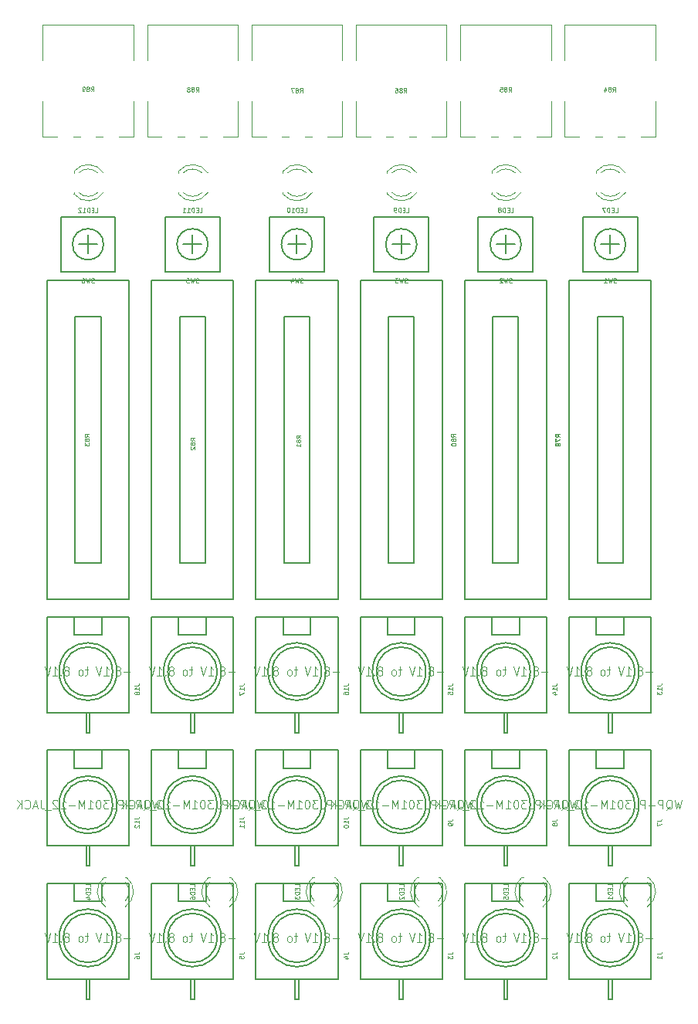
<source format=gbr>
G04 #@! TF.GenerationSoftware,KiCad,Pcbnew,(5.0.0-3-g5ebb6b6)*
G04 #@! TF.CreationDate,2019-01-01T15:02:40-08:00*
G04 #@! TF.ProjectId,Stages,5374616765732E6B696361645F706362,rev?*
G04 #@! TF.SameCoordinates,Original*
G04 #@! TF.FileFunction,Legend,Bot*
G04 #@! TF.FilePolarity,Positive*
%FSLAX46Y46*%
G04 Gerber Fmt 4.6, Leading zero omitted, Abs format (unit mm)*
G04 Created by KiCad (PCBNEW (5.0.0-3-g5ebb6b6)) date Tuesday, January 01, 2019 at 03:02:40 PM*
%MOMM*%
%LPD*%
G01*
G04 APERTURE LIST*
%ADD10C,0.127000*%
%ADD11C,0.120000*%
%ADD12C,0.150000*%
%ADD13C,0.125000*%
%ADD14C,0.050000*%
G04 APERTURE END LIST*
D10*
G04 #@! TO.C,J1*
X163850000Y-152200000D02*
X163850000Y-150000000D01*
X164250000Y-152200000D02*
X163850000Y-152200000D01*
X164250000Y-150100000D02*
X164250000Y-152200000D01*
X166740720Y-145500000D02*
G75*
G03X166740720Y-145500000I-2690720J0D01*
G01*
X162550000Y-141500000D02*
X162550000Y-139500000D01*
X165550000Y-141500000D02*
X162550000Y-141500000D01*
X165550000Y-139500000D02*
X165550000Y-141500000D01*
X167212280Y-145500000D02*
G75*
G03X167212280Y-145500000I-3162280J0D01*
G01*
X159550000Y-150000000D02*
X159550000Y-139500000D01*
X163850000Y-150000000D02*
X159550000Y-150000000D01*
X168550000Y-150000000D02*
X163850000Y-150000000D01*
X168550000Y-139500000D02*
X168550000Y-150000000D01*
X162550000Y-139500000D02*
X159550000Y-139500000D01*
X165550000Y-139500000D02*
X162550000Y-139500000D01*
X168550000Y-139500000D02*
X165550000Y-139500000D01*
G04 #@! TO.C,J2*
X157100000Y-139500000D02*
X154100000Y-139500000D01*
X154100000Y-139500000D02*
X151100000Y-139500000D01*
X151100000Y-139500000D02*
X148100000Y-139500000D01*
X157100000Y-139500000D02*
X157100000Y-150000000D01*
X157100000Y-150000000D02*
X152400000Y-150000000D01*
X152400000Y-150000000D02*
X148100000Y-150000000D01*
X148100000Y-150000000D02*
X148100000Y-139500000D01*
X155762280Y-145500000D02*
G75*
G03X155762280Y-145500000I-3162280J0D01*
G01*
X154100000Y-139500000D02*
X154100000Y-141500000D01*
X154100000Y-141500000D02*
X151100000Y-141500000D01*
X151100000Y-141500000D02*
X151100000Y-139500000D01*
X155290720Y-145500000D02*
G75*
G03X155290720Y-145500000I-2690720J0D01*
G01*
X152800000Y-150100000D02*
X152800000Y-152200000D01*
X152800000Y-152200000D02*
X152400000Y-152200000D01*
X152400000Y-152200000D02*
X152400000Y-150000000D01*
G04 #@! TO.C,J3*
X140950000Y-152200000D02*
X140950000Y-150000000D01*
X141350000Y-152200000D02*
X140950000Y-152200000D01*
X141350000Y-150100000D02*
X141350000Y-152200000D01*
X143840720Y-145500000D02*
G75*
G03X143840720Y-145500000I-2690720J0D01*
G01*
X139650000Y-141500000D02*
X139650000Y-139500000D01*
X142650000Y-141500000D02*
X139650000Y-141500000D01*
X142650000Y-139500000D02*
X142650000Y-141500000D01*
X144312280Y-145500000D02*
G75*
G03X144312280Y-145500000I-3162280J0D01*
G01*
X136650000Y-150000000D02*
X136650000Y-139500000D01*
X140950000Y-150000000D02*
X136650000Y-150000000D01*
X145650000Y-150000000D02*
X140950000Y-150000000D01*
X145650000Y-139500000D02*
X145650000Y-150000000D01*
X139650000Y-139500000D02*
X136650000Y-139500000D01*
X142650000Y-139500000D02*
X139650000Y-139500000D01*
X145650000Y-139500000D02*
X142650000Y-139500000D01*
G04 #@! TO.C,J4*
X134200000Y-139500000D02*
X131200000Y-139500000D01*
X131200000Y-139500000D02*
X128200000Y-139500000D01*
X128200000Y-139500000D02*
X125200000Y-139500000D01*
X134200000Y-139500000D02*
X134200000Y-150000000D01*
X134200000Y-150000000D02*
X129500000Y-150000000D01*
X129500000Y-150000000D02*
X125200000Y-150000000D01*
X125200000Y-150000000D02*
X125200000Y-139500000D01*
X132862280Y-145500000D02*
G75*
G03X132862280Y-145500000I-3162280J0D01*
G01*
X131200000Y-139500000D02*
X131200000Y-141500000D01*
X131200000Y-141500000D02*
X128200000Y-141500000D01*
X128200000Y-141500000D02*
X128200000Y-139500000D01*
X132390720Y-145500000D02*
G75*
G03X132390720Y-145500000I-2690720J0D01*
G01*
X129900000Y-150100000D02*
X129900000Y-152200000D01*
X129900000Y-152200000D02*
X129500000Y-152200000D01*
X129500000Y-152200000D02*
X129500000Y-150000000D01*
G04 #@! TO.C,J5*
X118050000Y-152200000D02*
X118050000Y-150000000D01*
X118450000Y-152200000D02*
X118050000Y-152200000D01*
X118450000Y-150100000D02*
X118450000Y-152200000D01*
X120940720Y-145500000D02*
G75*
G03X120940720Y-145500000I-2690720J0D01*
G01*
X116750000Y-141500000D02*
X116750000Y-139500000D01*
X119750000Y-141500000D02*
X116750000Y-141500000D01*
X119750000Y-139500000D02*
X119750000Y-141500000D01*
X121412280Y-145500000D02*
G75*
G03X121412280Y-145500000I-3162280J0D01*
G01*
X113750000Y-150000000D02*
X113750000Y-139500000D01*
X118050000Y-150000000D02*
X113750000Y-150000000D01*
X122750000Y-150000000D02*
X118050000Y-150000000D01*
X122750000Y-139500000D02*
X122750000Y-150000000D01*
X116750000Y-139500000D02*
X113750000Y-139500000D01*
X119750000Y-139500000D02*
X116750000Y-139500000D01*
X122750000Y-139500000D02*
X119750000Y-139500000D01*
G04 #@! TO.C,J6*
X111300000Y-139500000D02*
X108300000Y-139500000D01*
X108300000Y-139500000D02*
X105300000Y-139500000D01*
X105300000Y-139500000D02*
X102300000Y-139500000D01*
X111300000Y-139500000D02*
X111300000Y-150000000D01*
X111300000Y-150000000D02*
X106600000Y-150000000D01*
X106600000Y-150000000D02*
X102300000Y-150000000D01*
X102300000Y-150000000D02*
X102300000Y-139500000D01*
X109962280Y-145500000D02*
G75*
G03X109962280Y-145500000I-3162280J0D01*
G01*
X108300000Y-139500000D02*
X108300000Y-141500000D01*
X108300000Y-141500000D02*
X105300000Y-141500000D01*
X105300000Y-141500000D02*
X105300000Y-139500000D01*
X109490720Y-145500000D02*
G75*
G03X109490720Y-145500000I-2690720J0D01*
G01*
X107000000Y-150100000D02*
X107000000Y-152200000D01*
X107000000Y-152200000D02*
X106600000Y-152200000D01*
X106600000Y-152200000D02*
X106600000Y-150000000D01*
G04 #@! TO.C,J7*
X168550000Y-124900000D02*
X165550000Y-124900000D01*
X165550000Y-124900000D02*
X162550000Y-124900000D01*
X162550000Y-124900000D02*
X159550000Y-124900000D01*
X168550000Y-124900000D02*
X168550000Y-135400000D01*
X168550000Y-135400000D02*
X163850000Y-135400000D01*
X163850000Y-135400000D02*
X159550000Y-135400000D01*
X159550000Y-135400000D02*
X159550000Y-124900000D01*
X167212280Y-130900000D02*
G75*
G03X167212280Y-130900000I-3162280J0D01*
G01*
X165550000Y-124900000D02*
X165550000Y-126900000D01*
X165550000Y-126900000D02*
X162550000Y-126900000D01*
X162550000Y-126900000D02*
X162550000Y-124900000D01*
X166740720Y-130900000D02*
G75*
G03X166740720Y-130900000I-2690720J0D01*
G01*
X164250000Y-135500000D02*
X164250000Y-137600000D01*
X164250000Y-137600000D02*
X163850000Y-137600000D01*
X163850000Y-137600000D02*
X163850000Y-135400000D01*
G04 #@! TO.C,J8*
X157100000Y-124900000D02*
X154100000Y-124900000D01*
X154100000Y-124900000D02*
X151100000Y-124900000D01*
X151100000Y-124900000D02*
X148100000Y-124900000D01*
X157100000Y-124900000D02*
X157100000Y-135400000D01*
X157100000Y-135400000D02*
X152400000Y-135400000D01*
X152400000Y-135400000D02*
X148100000Y-135400000D01*
X148100000Y-135400000D02*
X148100000Y-124900000D01*
X155762280Y-130900000D02*
G75*
G03X155762280Y-130900000I-3162280J0D01*
G01*
X154100000Y-124900000D02*
X154100000Y-126900000D01*
X154100000Y-126900000D02*
X151100000Y-126900000D01*
X151100000Y-126900000D02*
X151100000Y-124900000D01*
X155290720Y-130900000D02*
G75*
G03X155290720Y-130900000I-2690720J0D01*
G01*
X152800000Y-135500000D02*
X152800000Y-137600000D01*
X152800000Y-137600000D02*
X152400000Y-137600000D01*
X152400000Y-137600000D02*
X152400000Y-135400000D01*
G04 #@! TO.C,J9*
X140950000Y-137600000D02*
X140950000Y-135400000D01*
X141350000Y-137600000D02*
X140950000Y-137600000D01*
X141350000Y-135500000D02*
X141350000Y-137600000D01*
X143840720Y-130900000D02*
G75*
G03X143840720Y-130900000I-2690720J0D01*
G01*
X139650000Y-126900000D02*
X139650000Y-124900000D01*
X142650000Y-126900000D02*
X139650000Y-126900000D01*
X142650000Y-124900000D02*
X142650000Y-126900000D01*
X144312280Y-130900000D02*
G75*
G03X144312280Y-130900000I-3162280J0D01*
G01*
X136650000Y-135400000D02*
X136650000Y-124900000D01*
X140950000Y-135400000D02*
X136650000Y-135400000D01*
X145650000Y-135400000D02*
X140950000Y-135400000D01*
X145650000Y-124900000D02*
X145650000Y-135400000D01*
X139650000Y-124900000D02*
X136650000Y-124900000D01*
X142650000Y-124900000D02*
X139650000Y-124900000D01*
X145650000Y-124900000D02*
X142650000Y-124900000D01*
G04 #@! TO.C,J10*
X134200000Y-124900000D02*
X131200000Y-124900000D01*
X131200000Y-124900000D02*
X128200000Y-124900000D01*
X128200000Y-124900000D02*
X125200000Y-124900000D01*
X134200000Y-124900000D02*
X134200000Y-135400000D01*
X134200000Y-135400000D02*
X129500000Y-135400000D01*
X129500000Y-135400000D02*
X125200000Y-135400000D01*
X125200000Y-135400000D02*
X125200000Y-124900000D01*
X132862280Y-130900000D02*
G75*
G03X132862280Y-130900000I-3162280J0D01*
G01*
X131200000Y-124900000D02*
X131200000Y-126900000D01*
X131200000Y-126900000D02*
X128200000Y-126900000D01*
X128200000Y-126900000D02*
X128200000Y-124900000D01*
X132390720Y-130900000D02*
G75*
G03X132390720Y-130900000I-2690720J0D01*
G01*
X129900000Y-135500000D02*
X129900000Y-137600000D01*
X129900000Y-137600000D02*
X129500000Y-137600000D01*
X129500000Y-137600000D02*
X129500000Y-135400000D01*
G04 #@! TO.C,J11*
X118050000Y-137600000D02*
X118050000Y-135400000D01*
X118450000Y-137600000D02*
X118050000Y-137600000D01*
X118450000Y-135500000D02*
X118450000Y-137600000D01*
X120940720Y-130900000D02*
G75*
G03X120940720Y-130900000I-2690720J0D01*
G01*
X116750000Y-126900000D02*
X116750000Y-124900000D01*
X119750000Y-126900000D02*
X116750000Y-126900000D01*
X119750000Y-124900000D02*
X119750000Y-126900000D01*
X121412280Y-130900000D02*
G75*
G03X121412280Y-130900000I-3162280J0D01*
G01*
X113750000Y-135400000D02*
X113750000Y-124900000D01*
X118050000Y-135400000D02*
X113750000Y-135400000D01*
X122750000Y-135400000D02*
X118050000Y-135400000D01*
X122750000Y-124900000D02*
X122750000Y-135400000D01*
X116750000Y-124900000D02*
X113750000Y-124900000D01*
X119750000Y-124900000D02*
X116750000Y-124900000D01*
X122750000Y-124900000D02*
X119750000Y-124900000D01*
G04 #@! TO.C,J12*
X106600000Y-137600000D02*
X106600000Y-135400000D01*
X107000000Y-137600000D02*
X106600000Y-137600000D01*
X107000000Y-135500000D02*
X107000000Y-137600000D01*
X109490720Y-130900000D02*
G75*
G03X109490720Y-130900000I-2690720J0D01*
G01*
X105300000Y-126900000D02*
X105300000Y-124900000D01*
X108300000Y-126900000D02*
X105300000Y-126900000D01*
X108300000Y-124900000D02*
X108300000Y-126900000D01*
X109962280Y-130900000D02*
G75*
G03X109962280Y-130900000I-3162280J0D01*
G01*
X102300000Y-135400000D02*
X102300000Y-124900000D01*
X106600000Y-135400000D02*
X102300000Y-135400000D01*
X111300000Y-135400000D02*
X106600000Y-135400000D01*
X111300000Y-124900000D02*
X111300000Y-135400000D01*
X105300000Y-124900000D02*
X102300000Y-124900000D01*
X108300000Y-124900000D02*
X105300000Y-124900000D01*
X111300000Y-124900000D02*
X108300000Y-124900000D01*
G04 #@! TO.C,J13*
X163850000Y-123000000D02*
X163850000Y-120800000D01*
X164250000Y-123000000D02*
X163850000Y-123000000D01*
X164250000Y-120900000D02*
X164250000Y-123000000D01*
X166740720Y-116300000D02*
G75*
G03X166740720Y-116300000I-2690720J0D01*
G01*
X162550000Y-112300000D02*
X162550000Y-110300000D01*
X165550000Y-112300000D02*
X162550000Y-112300000D01*
X165550000Y-110300000D02*
X165550000Y-112300000D01*
X167212280Y-116300000D02*
G75*
G03X167212280Y-116300000I-3162280J0D01*
G01*
X159550000Y-120800000D02*
X159550000Y-110300000D01*
X163850000Y-120800000D02*
X159550000Y-120800000D01*
X168550000Y-120800000D02*
X163850000Y-120800000D01*
X168550000Y-110300000D02*
X168550000Y-120800000D01*
X162550000Y-110300000D02*
X159550000Y-110300000D01*
X165550000Y-110300000D02*
X162550000Y-110300000D01*
X168550000Y-110300000D02*
X165550000Y-110300000D01*
G04 #@! TO.C,J14*
X152400000Y-123000000D02*
X152400000Y-120800000D01*
X152800000Y-123000000D02*
X152400000Y-123000000D01*
X152800000Y-120900000D02*
X152800000Y-123000000D01*
X155290720Y-116300000D02*
G75*
G03X155290720Y-116300000I-2690720J0D01*
G01*
X151100000Y-112300000D02*
X151100000Y-110300000D01*
X154100000Y-112300000D02*
X151100000Y-112300000D01*
X154100000Y-110300000D02*
X154100000Y-112300000D01*
X155762280Y-116300000D02*
G75*
G03X155762280Y-116300000I-3162280J0D01*
G01*
X148100000Y-120800000D02*
X148100000Y-110300000D01*
X152400000Y-120800000D02*
X148100000Y-120800000D01*
X157100000Y-120800000D02*
X152400000Y-120800000D01*
X157100000Y-110300000D02*
X157100000Y-120800000D01*
X151100000Y-110300000D02*
X148100000Y-110300000D01*
X154100000Y-110300000D02*
X151100000Y-110300000D01*
X157100000Y-110300000D02*
X154100000Y-110300000D01*
G04 #@! TO.C,J15*
X145650000Y-110300000D02*
X142650000Y-110300000D01*
X142650000Y-110300000D02*
X139650000Y-110300000D01*
X139650000Y-110300000D02*
X136650000Y-110300000D01*
X145650000Y-110300000D02*
X145650000Y-120800000D01*
X145650000Y-120800000D02*
X140950000Y-120800000D01*
X140950000Y-120800000D02*
X136650000Y-120800000D01*
X136650000Y-120800000D02*
X136650000Y-110300000D01*
X144312280Y-116300000D02*
G75*
G03X144312280Y-116300000I-3162280J0D01*
G01*
X142650000Y-110300000D02*
X142650000Y-112300000D01*
X142650000Y-112300000D02*
X139650000Y-112300000D01*
X139650000Y-112300000D02*
X139650000Y-110300000D01*
X143840720Y-116300000D02*
G75*
G03X143840720Y-116300000I-2690720J0D01*
G01*
X141350000Y-120900000D02*
X141350000Y-123000000D01*
X141350000Y-123000000D02*
X140950000Y-123000000D01*
X140950000Y-123000000D02*
X140950000Y-120800000D01*
G04 #@! TO.C,J16*
X134200000Y-110300000D02*
X131200000Y-110300000D01*
X131200000Y-110300000D02*
X128200000Y-110300000D01*
X128200000Y-110300000D02*
X125200000Y-110300000D01*
X134200000Y-110300000D02*
X134200000Y-120800000D01*
X134200000Y-120800000D02*
X129500000Y-120800000D01*
X129500000Y-120800000D02*
X125200000Y-120800000D01*
X125200000Y-120800000D02*
X125200000Y-110300000D01*
X132862280Y-116300000D02*
G75*
G03X132862280Y-116300000I-3162280J0D01*
G01*
X131200000Y-110300000D02*
X131200000Y-112300000D01*
X131200000Y-112300000D02*
X128200000Y-112300000D01*
X128200000Y-112300000D02*
X128200000Y-110300000D01*
X132390720Y-116300000D02*
G75*
G03X132390720Y-116300000I-2690720J0D01*
G01*
X129900000Y-120900000D02*
X129900000Y-123000000D01*
X129900000Y-123000000D02*
X129500000Y-123000000D01*
X129500000Y-123000000D02*
X129500000Y-120800000D01*
G04 #@! TO.C,J17*
X122750000Y-110300000D02*
X119750000Y-110300000D01*
X119750000Y-110300000D02*
X116750000Y-110300000D01*
X116750000Y-110300000D02*
X113750000Y-110300000D01*
X122750000Y-110300000D02*
X122750000Y-120800000D01*
X122750000Y-120800000D02*
X118050000Y-120800000D01*
X118050000Y-120800000D02*
X113750000Y-120800000D01*
X113750000Y-120800000D02*
X113750000Y-110300000D01*
X121412280Y-116300000D02*
G75*
G03X121412280Y-116300000I-3162280J0D01*
G01*
X119750000Y-110300000D02*
X119750000Y-112300000D01*
X119750000Y-112300000D02*
X116750000Y-112300000D01*
X116750000Y-112300000D02*
X116750000Y-110300000D01*
X120940720Y-116300000D02*
G75*
G03X120940720Y-116300000I-2690720J0D01*
G01*
X118450000Y-120900000D02*
X118450000Y-123000000D01*
X118450000Y-123000000D02*
X118050000Y-123000000D01*
X118050000Y-123000000D02*
X118050000Y-120800000D01*
G04 #@! TO.C,J18*
X106600000Y-123000000D02*
X106600000Y-120800000D01*
X107000000Y-123000000D02*
X106600000Y-123000000D01*
X107000000Y-120900000D02*
X107000000Y-123000000D01*
X109490720Y-116300000D02*
G75*
G03X109490720Y-116300000I-2690720J0D01*
G01*
X105300000Y-112300000D02*
X105300000Y-110300000D01*
X108300000Y-112300000D02*
X105300000Y-112300000D01*
X108300000Y-110300000D02*
X108300000Y-112300000D01*
X109962280Y-116300000D02*
G75*
G03X109962280Y-116300000I-3162280J0D01*
G01*
X102300000Y-120800000D02*
X102300000Y-110300000D01*
X106600000Y-120800000D02*
X102300000Y-120800000D01*
X111300000Y-120800000D02*
X106600000Y-120800000D01*
X111300000Y-110300000D02*
X111300000Y-120800000D01*
X105300000Y-110300000D02*
X102300000Y-110300000D01*
X108300000Y-110300000D02*
X105300000Y-110300000D01*
X111300000Y-110300000D02*
X108300000Y-110300000D01*
D11*
G04 #@! TO.C,LED1*
X168130000Y-138860000D02*
X168286000Y-138860000D01*
X165814000Y-138860000D02*
X165970000Y-138860000D01*
X168129837Y-141461130D02*
G75*
G03X168130000Y-139379039I-1079837J1041130D01*
G01*
X165970163Y-141461130D02*
G75*
G02X165970000Y-139379039I1079837J1041130D01*
G01*
X168128608Y-142092335D02*
G75*
G03X168285516Y-138860000I-1078608J1672335D01*
G01*
X165971392Y-142092335D02*
G75*
G02X165814484Y-138860000I1078608J1672335D01*
G01*
G04 #@! TO.C,LED2*
X143071392Y-142092335D02*
G75*
G02X142914484Y-138860000I1078608J1672335D01*
G01*
X145228608Y-142092335D02*
G75*
G03X145385516Y-138860000I-1078608J1672335D01*
G01*
X143070163Y-141461130D02*
G75*
G02X143070000Y-139379039I1079837J1041130D01*
G01*
X145229837Y-141461130D02*
G75*
G03X145230000Y-139379039I-1079837J1041130D01*
G01*
X142914000Y-138860000D02*
X143070000Y-138860000D01*
X145230000Y-138860000D02*
X145386000Y-138860000D01*
G04 #@! TO.C,LED3*
X131621392Y-142092335D02*
G75*
G02X131464484Y-138860000I1078608J1672335D01*
G01*
X133778608Y-142092335D02*
G75*
G03X133935516Y-138860000I-1078608J1672335D01*
G01*
X131620163Y-141461130D02*
G75*
G02X131620000Y-139379039I1079837J1041130D01*
G01*
X133779837Y-141461130D02*
G75*
G03X133780000Y-139379039I-1079837J1041130D01*
G01*
X131464000Y-138860000D02*
X131620000Y-138860000D01*
X133780000Y-138860000D02*
X133936000Y-138860000D01*
G04 #@! TO.C,LED4*
X108721392Y-142092335D02*
G75*
G02X108564484Y-138860000I1078608J1672335D01*
G01*
X110878608Y-142092335D02*
G75*
G03X111035516Y-138860000I-1078608J1672335D01*
G01*
X108720163Y-141461130D02*
G75*
G02X108720000Y-139379039I1079837J1041130D01*
G01*
X110879837Y-141461130D02*
G75*
G03X110880000Y-139379039I-1079837J1041130D01*
G01*
X108564000Y-138860000D02*
X108720000Y-138860000D01*
X110880000Y-138860000D02*
X111036000Y-138860000D01*
G04 #@! TO.C,LED5*
X156680000Y-138860000D02*
X156836000Y-138860000D01*
X154364000Y-138860000D02*
X154520000Y-138860000D01*
X156679837Y-141461130D02*
G75*
G03X156680000Y-139379039I-1079837J1041130D01*
G01*
X154520163Y-141461130D02*
G75*
G02X154520000Y-139379039I1079837J1041130D01*
G01*
X156678608Y-142092335D02*
G75*
G03X156835516Y-138860000I-1078608J1672335D01*
G01*
X154521392Y-142092335D02*
G75*
G02X154364484Y-138860000I1078608J1672335D01*
G01*
G04 #@! TO.C,LED6*
X122330000Y-138860000D02*
X122486000Y-138860000D01*
X120014000Y-138860000D02*
X120170000Y-138860000D01*
X122329837Y-141461130D02*
G75*
G03X122330000Y-139379039I-1079837J1041130D01*
G01*
X120170163Y-141461130D02*
G75*
G02X120170000Y-139379039I1079837J1041130D01*
G01*
X122328608Y-142092335D02*
G75*
G03X122485516Y-138860000I-1078608J1672335D01*
G01*
X120171392Y-142092335D02*
G75*
G02X120014484Y-138860000I1078608J1672335D01*
G01*
G04 #@! TO.C,LED7*
X162510000Y-61620000D02*
X162510000Y-61464000D01*
X165111130Y-61620163D02*
G75*
G03X163029039Y-61620000I-1041130J-1079837D01*
G01*
X162510000Y-63936000D02*
X162510000Y-63780000D01*
X165742335Y-61621392D02*
G75*
G03X162510000Y-61464484I-1672335J-1078608D01*
G01*
X165111130Y-63779837D02*
G75*
G02X163029039Y-63780000I-1041130J1079837D01*
G01*
X165742335Y-63778608D02*
G75*
G02X162510000Y-63935516I-1672335J1078608D01*
G01*
G04 #@! TO.C,LED8*
X154292335Y-63778608D02*
G75*
G02X151060000Y-63935516I-1672335J1078608D01*
G01*
X153661130Y-63779837D02*
G75*
G02X151579039Y-63780000I-1041130J1079837D01*
G01*
X154292335Y-61621392D02*
G75*
G03X151060000Y-61464484I-1672335J-1078608D01*
G01*
X151060000Y-63936000D02*
X151060000Y-63780000D01*
X153661130Y-61620163D02*
G75*
G03X151579039Y-61620000I-1041130J-1079837D01*
G01*
X151060000Y-61620000D02*
X151060000Y-61464000D01*
G04 #@! TO.C,LED9*
X139610000Y-61620000D02*
X139610000Y-61464000D01*
X142211130Y-61620163D02*
G75*
G03X140129039Y-61620000I-1041130J-1079837D01*
G01*
X139610000Y-63936000D02*
X139610000Y-63780000D01*
X142842335Y-61621392D02*
G75*
G03X139610000Y-61464484I-1672335J-1078608D01*
G01*
X142211130Y-63779837D02*
G75*
G02X140129039Y-63780000I-1041130J1079837D01*
G01*
X142842335Y-63778608D02*
G75*
G02X139610000Y-63935516I-1672335J1078608D01*
G01*
G04 #@! TO.C,LED10*
X131392335Y-63778608D02*
G75*
G02X128160000Y-63935516I-1672335J1078608D01*
G01*
X130761130Y-63779837D02*
G75*
G02X128679039Y-63780000I-1041130J1079837D01*
G01*
X131392335Y-61621392D02*
G75*
G03X128160000Y-61464484I-1672335J-1078608D01*
G01*
X128160000Y-63936000D02*
X128160000Y-63780000D01*
X130761130Y-61620163D02*
G75*
G03X128679039Y-61620000I-1041130J-1079837D01*
G01*
X128160000Y-61620000D02*
X128160000Y-61464000D01*
G04 #@! TO.C,LED11*
X116710000Y-61620000D02*
X116710000Y-61464000D01*
X119311130Y-61620163D02*
G75*
G03X117229039Y-61620000I-1041130J-1079837D01*
G01*
X116710000Y-63936000D02*
X116710000Y-63780000D01*
X119942335Y-61621392D02*
G75*
G03X116710000Y-61464484I-1672335J-1078608D01*
G01*
X119311130Y-63779837D02*
G75*
G02X117229039Y-63780000I-1041130J1079837D01*
G01*
X119942335Y-63778608D02*
G75*
G02X116710000Y-63935516I-1672335J1078608D01*
G01*
G04 #@! TO.C,LED12*
X108492335Y-63778608D02*
G75*
G02X105260000Y-63935516I-1672335J1078608D01*
G01*
X107861130Y-63779837D02*
G75*
G02X105779039Y-63780000I-1041130J1079837D01*
G01*
X108492335Y-61621392D02*
G75*
G03X105260000Y-61464484I-1672335J-1078608D01*
G01*
X105260000Y-63936000D02*
X105260000Y-63780000D01*
X107861130Y-61620163D02*
G75*
G03X105779039Y-61620000I-1041130J-1079837D01*
G01*
X105260000Y-61620000D02*
X105260000Y-61464000D01*
D12*
G04 #@! TO.C,R78*
X165450000Y-77400000D02*
X162650000Y-77400000D01*
X165450000Y-104400000D02*
X165450000Y-77400000D01*
X162650000Y-104400000D02*
X165450000Y-104400000D01*
X162650000Y-77500000D02*
X162650000Y-104400000D01*
X159550000Y-73400000D02*
X159550000Y-90900000D01*
X168550000Y-73400000D02*
X159550000Y-73400000D01*
X168550000Y-108400000D02*
X168550000Y-73400000D01*
X159550000Y-108400000D02*
X168550000Y-108400000D01*
X159550000Y-90900000D02*
X159550000Y-108400000D01*
G04 #@! TO.C,R79*
X157100000Y-90900000D02*
X157100000Y-73400000D01*
X157100000Y-73400000D02*
X148100000Y-73400000D01*
X148100000Y-73400000D02*
X148100000Y-108400000D01*
X148100000Y-108400000D02*
X157100000Y-108400000D01*
X157100000Y-108400000D02*
X157100000Y-90900000D01*
X154000000Y-104300000D02*
X154000000Y-77400000D01*
X154000000Y-77400000D02*
X151200000Y-77400000D01*
X151200000Y-77400000D02*
X151200000Y-104400000D01*
X151200000Y-104400000D02*
X154000000Y-104400000D01*
G04 #@! TO.C,R80*
X139750000Y-104400000D02*
X142550000Y-104400000D01*
X139750000Y-77400000D02*
X139750000Y-104400000D01*
X142550000Y-77400000D02*
X139750000Y-77400000D01*
X142550000Y-104300000D02*
X142550000Y-77400000D01*
X145650000Y-108400000D02*
X145650000Y-90900000D01*
X136650000Y-108400000D02*
X145650000Y-108400000D01*
X136650000Y-73400000D02*
X136650000Y-108400000D01*
X145650000Y-73400000D02*
X136650000Y-73400000D01*
X145650000Y-90900000D02*
X145650000Y-73400000D01*
G04 #@! TO.C,R81*
X134200000Y-90900000D02*
X134200000Y-73400000D01*
X134200000Y-73400000D02*
X125200000Y-73400000D01*
X125200000Y-73400000D02*
X125200000Y-108400000D01*
X125200000Y-108400000D02*
X134200000Y-108400000D01*
X134200000Y-108400000D02*
X134200000Y-90900000D01*
X131100000Y-104300000D02*
X131100000Y-77400000D01*
X131100000Y-77400000D02*
X128300000Y-77400000D01*
X128300000Y-77400000D02*
X128300000Y-104400000D01*
X128300000Y-104400000D02*
X131100000Y-104400000D01*
G04 #@! TO.C,R82*
X116850000Y-104400000D02*
X119650000Y-104400000D01*
X116850000Y-77400000D02*
X116850000Y-104400000D01*
X119650000Y-77400000D02*
X116850000Y-77400000D01*
X119650000Y-104300000D02*
X119650000Y-77400000D01*
X122750000Y-108400000D02*
X122750000Y-90900000D01*
X113750000Y-108400000D02*
X122750000Y-108400000D01*
X113750000Y-73400000D02*
X113750000Y-108400000D01*
X122750000Y-73400000D02*
X113750000Y-73400000D01*
X122750000Y-90900000D02*
X122750000Y-73400000D01*
G04 #@! TO.C,R83*
X102300000Y-90900000D02*
X102300000Y-108400000D01*
X102300000Y-108400000D02*
X111300000Y-108400000D01*
X111300000Y-108400000D02*
X111300000Y-73400000D01*
X111300000Y-73400000D02*
X102300000Y-73400000D01*
X102300000Y-73400000D02*
X102300000Y-90900000D01*
X105400000Y-77500000D02*
X105400000Y-104400000D01*
X105400000Y-104400000D02*
X108200000Y-104400000D01*
X108200000Y-104400000D02*
X108200000Y-77400000D01*
X108200000Y-77400000D02*
X105400000Y-77400000D01*
G04 #@! TO.C,SW1*
X165750000Y-69450000D02*
G75*
G03X165750000Y-69450000I-1700000J0D01*
G01*
X164050000Y-69450000D02*
X164050000Y-70450000D01*
X163050000Y-69450000D02*
X165050000Y-69450000D01*
X165050000Y-69450000D02*
X164050000Y-69450000D01*
X164050000Y-69450000D02*
X164050000Y-68450000D01*
X167050000Y-66450000D02*
X167050000Y-72450000D01*
X167050000Y-72450000D02*
X161050000Y-72450000D01*
X161050000Y-72450000D02*
X161050000Y-66450000D01*
X161050000Y-66450000D02*
X167050000Y-66450000D01*
G04 #@! TO.C,SW2*
X149600000Y-66450000D02*
X155600000Y-66450000D01*
X149600000Y-72450000D02*
X149600000Y-66450000D01*
X155600000Y-72450000D02*
X149600000Y-72450000D01*
X155600000Y-66450000D02*
X155600000Y-72450000D01*
X152600000Y-69450000D02*
X152600000Y-68450000D01*
X153600000Y-69450000D02*
X152600000Y-69450000D01*
X151600000Y-69450000D02*
X153600000Y-69450000D01*
X152600000Y-69450000D02*
X152600000Y-70450000D01*
X154300000Y-69450000D02*
G75*
G03X154300000Y-69450000I-1700000J0D01*
G01*
G04 #@! TO.C,SW3*
X138150000Y-66450000D02*
X144150000Y-66450000D01*
X138150000Y-72450000D02*
X138150000Y-66450000D01*
X144150000Y-72450000D02*
X138150000Y-72450000D01*
X144150000Y-66450000D02*
X144150000Y-72450000D01*
X141150000Y-69450000D02*
X141150000Y-68450000D01*
X142150000Y-69450000D02*
X141150000Y-69450000D01*
X140150000Y-69450000D02*
X142150000Y-69450000D01*
X141150000Y-69450000D02*
X141150000Y-70450000D01*
X142850000Y-69450000D02*
G75*
G03X142850000Y-69450000I-1700000J0D01*
G01*
G04 #@! TO.C,SW4*
X131400000Y-69450000D02*
G75*
G03X131400000Y-69450000I-1700000J0D01*
G01*
X129700000Y-69450000D02*
X129700000Y-70450000D01*
X128700000Y-69450000D02*
X130700000Y-69450000D01*
X130700000Y-69450000D02*
X129700000Y-69450000D01*
X129700000Y-69450000D02*
X129700000Y-68450000D01*
X132700000Y-66450000D02*
X132700000Y-72450000D01*
X132700000Y-72450000D02*
X126700000Y-72450000D01*
X126700000Y-72450000D02*
X126700000Y-66450000D01*
X126700000Y-66450000D02*
X132700000Y-66450000D01*
G04 #@! TO.C,SW5*
X115250000Y-66450000D02*
X121250000Y-66450000D01*
X115250000Y-72450000D02*
X115250000Y-66450000D01*
X121250000Y-72450000D02*
X115250000Y-72450000D01*
X121250000Y-66450000D02*
X121250000Y-72450000D01*
X118250000Y-69450000D02*
X118250000Y-68450000D01*
X119250000Y-69450000D02*
X118250000Y-69450000D01*
X117250000Y-69450000D02*
X119250000Y-69450000D01*
X118250000Y-69450000D02*
X118250000Y-70450000D01*
X119950000Y-69450000D02*
G75*
G03X119950000Y-69450000I-1700000J0D01*
G01*
G04 #@! TO.C,SW6*
X108500000Y-69450000D02*
G75*
G03X108500000Y-69450000I-1700000J0D01*
G01*
X106800000Y-69450000D02*
X106800000Y-70450000D01*
X105800000Y-69450000D02*
X107800000Y-69450000D01*
X107800000Y-69450000D02*
X106800000Y-69450000D01*
X106800000Y-69450000D02*
X106800000Y-68450000D01*
X109800000Y-66450000D02*
X109800000Y-72450000D01*
X109800000Y-72450000D02*
X103800000Y-72450000D01*
X103800000Y-72450000D02*
X103800000Y-66450000D01*
X103800000Y-66450000D02*
X109800000Y-66450000D01*
D11*
G04 #@! TO.C,R84*
X169020000Y-45380000D02*
X159080000Y-45380000D01*
X160680000Y-57620000D02*
X159080000Y-57620000D01*
X163179000Y-57620000D02*
X162420000Y-57620000D01*
X165679000Y-57620000D02*
X164920000Y-57620000D01*
X169020000Y-57620000D02*
X167421000Y-57620000D01*
X159080000Y-49245000D02*
X159080000Y-45380000D01*
X159080000Y-57620000D02*
X159080000Y-53755000D01*
X169020000Y-49245000D02*
X169020000Y-45380000D01*
X169020000Y-57620000D02*
X169020000Y-53755000D01*
G04 #@! TO.C,R85*
X157570000Y-57620000D02*
X157570000Y-53755000D01*
X157570000Y-49245000D02*
X157570000Y-45380000D01*
X147630000Y-57620000D02*
X147630000Y-53755000D01*
X147630000Y-49245000D02*
X147630000Y-45380000D01*
X157570000Y-57620000D02*
X155971000Y-57620000D01*
X154229000Y-57620000D02*
X153470000Y-57620000D01*
X151729000Y-57620000D02*
X150970000Y-57620000D01*
X149230000Y-57620000D02*
X147630000Y-57620000D01*
X157570000Y-45380000D02*
X147630000Y-45380000D01*
G04 #@! TO.C,R86*
X146120000Y-45380000D02*
X136180000Y-45380000D01*
X137780000Y-57620000D02*
X136180000Y-57620000D01*
X140279000Y-57620000D02*
X139520000Y-57620000D01*
X142779000Y-57620000D02*
X142020000Y-57620000D01*
X146120000Y-57620000D02*
X144521000Y-57620000D01*
X136180000Y-49245000D02*
X136180000Y-45380000D01*
X136180000Y-57620000D02*
X136180000Y-53755000D01*
X146120000Y-49245000D02*
X146120000Y-45380000D01*
X146120000Y-57620000D02*
X146120000Y-53755000D01*
G04 #@! TO.C,R87*
X134670000Y-57620000D02*
X134670000Y-53755000D01*
X134670000Y-49245000D02*
X134670000Y-45380000D01*
X124730000Y-57620000D02*
X124730000Y-53755000D01*
X124730000Y-49245000D02*
X124730000Y-45380000D01*
X134670000Y-57620000D02*
X133071000Y-57620000D01*
X131329000Y-57620000D02*
X130570000Y-57620000D01*
X128829000Y-57620000D02*
X128070000Y-57620000D01*
X126330000Y-57620000D02*
X124730000Y-57620000D01*
X134670000Y-45380000D02*
X124730000Y-45380000D01*
G04 #@! TO.C,R88*
X123220000Y-45380000D02*
X113280000Y-45380000D01*
X114880000Y-57620000D02*
X113280000Y-57620000D01*
X117379000Y-57620000D02*
X116620000Y-57620000D01*
X119879000Y-57620000D02*
X119120000Y-57620000D01*
X123220000Y-57620000D02*
X121621000Y-57620000D01*
X113280000Y-49245000D02*
X113280000Y-45380000D01*
X113280000Y-57620000D02*
X113280000Y-53755000D01*
X123220000Y-49245000D02*
X123220000Y-45380000D01*
X123220000Y-57620000D02*
X123220000Y-53755000D01*
G04 #@! TO.C,R89*
X111770000Y-57620000D02*
X111770000Y-53755000D01*
X111770000Y-49245000D02*
X111770000Y-45380000D01*
X101830000Y-57620000D02*
X101830000Y-53755000D01*
X101830000Y-49245000D02*
X101830000Y-45380000D01*
X111770000Y-57620000D02*
X110171000Y-57620000D01*
X108429000Y-57620000D02*
X107670000Y-57620000D01*
X105929000Y-57620000D02*
X105170000Y-57620000D01*
X103430000Y-57620000D02*
X101830000Y-57620000D01*
X111770000Y-45380000D02*
X101830000Y-45380000D01*
G04 #@! TO.C,J1*
D13*
X169169350Y-147266733D02*
X169526493Y-147266733D01*
X169597921Y-147242923D01*
X169645540Y-147195304D01*
X169669350Y-147123876D01*
X169669350Y-147076257D01*
X169669350Y-147766733D02*
X169669350Y-147481019D01*
X169669350Y-147623876D02*
X169169350Y-147623876D01*
X169240779Y-147576257D01*
X169288398Y-147528638D01*
X169312207Y-147481019D01*
D14*
X168657142Y-145571428D02*
X167971428Y-145571428D01*
X167414285Y-145380952D02*
X167500000Y-145333333D01*
X167542857Y-145285714D01*
X167585714Y-145190476D01*
X167585714Y-145142857D01*
X167542857Y-145047619D01*
X167500000Y-145000000D01*
X167414285Y-144952380D01*
X167242857Y-144952380D01*
X167157142Y-145000000D01*
X167114285Y-145047619D01*
X167071428Y-145142857D01*
X167071428Y-145190476D01*
X167114285Y-145285714D01*
X167157142Y-145333333D01*
X167242857Y-145380952D01*
X167414285Y-145380952D01*
X167500000Y-145428571D01*
X167542857Y-145476190D01*
X167585714Y-145571428D01*
X167585714Y-145761904D01*
X167542857Y-145857142D01*
X167500000Y-145904761D01*
X167414285Y-145952380D01*
X167242857Y-145952380D01*
X167157142Y-145904761D01*
X167114285Y-145857142D01*
X167071428Y-145761904D01*
X167071428Y-145571428D01*
X167114285Y-145476190D01*
X167157142Y-145428571D01*
X167242857Y-145380952D01*
X166685714Y-145857142D02*
X166642857Y-145904761D01*
X166685714Y-145952380D01*
X166728571Y-145904761D01*
X166685714Y-145857142D01*
X166685714Y-145952380D01*
X165785714Y-145952380D02*
X166300000Y-145952380D01*
X166042857Y-145952380D02*
X166042857Y-144952380D01*
X166128571Y-145095238D01*
X166214285Y-145190476D01*
X166300000Y-145238095D01*
X165528571Y-144952380D02*
X165228571Y-145952380D01*
X164928571Y-144952380D01*
X164071428Y-145285714D02*
X163728571Y-145285714D01*
X163942857Y-144952380D02*
X163942857Y-145809523D01*
X163900000Y-145904761D01*
X163814285Y-145952380D01*
X163728571Y-145952380D01*
X163300000Y-145952380D02*
X163385714Y-145904761D01*
X163428571Y-145857142D01*
X163471428Y-145761904D01*
X163471428Y-145476190D01*
X163428571Y-145380952D01*
X163385714Y-145333333D01*
X163300000Y-145285714D01*
X163171428Y-145285714D01*
X163085714Y-145333333D01*
X163042857Y-145380952D01*
X163000000Y-145476190D01*
X163000000Y-145761904D01*
X163042857Y-145857142D01*
X163085714Y-145904761D01*
X163171428Y-145952380D01*
X163300000Y-145952380D01*
X161800000Y-145380952D02*
X161885714Y-145333333D01*
X161928571Y-145285714D01*
X161971428Y-145190476D01*
X161971428Y-145142857D01*
X161928571Y-145047619D01*
X161885714Y-145000000D01*
X161800000Y-144952380D01*
X161628571Y-144952380D01*
X161542857Y-145000000D01*
X161500000Y-145047619D01*
X161457142Y-145142857D01*
X161457142Y-145190476D01*
X161500000Y-145285714D01*
X161542857Y-145333333D01*
X161628571Y-145380952D01*
X161800000Y-145380952D01*
X161885714Y-145428571D01*
X161928571Y-145476190D01*
X161971428Y-145571428D01*
X161971428Y-145761904D01*
X161928571Y-145857142D01*
X161885714Y-145904761D01*
X161800000Y-145952380D01*
X161628571Y-145952380D01*
X161542857Y-145904761D01*
X161500000Y-145857142D01*
X161457142Y-145761904D01*
X161457142Y-145571428D01*
X161500000Y-145476190D01*
X161542857Y-145428571D01*
X161628571Y-145380952D01*
X161071428Y-145857142D02*
X161028571Y-145904761D01*
X161071428Y-145952380D01*
X161114285Y-145904761D01*
X161071428Y-145857142D01*
X161071428Y-145952380D01*
X160171428Y-145952380D02*
X160685714Y-145952380D01*
X160428571Y-145952380D02*
X160428571Y-144952380D01*
X160514285Y-145095238D01*
X160600000Y-145190476D01*
X160685714Y-145238095D01*
X159914285Y-144952380D02*
X159614285Y-145952380D01*
X159314285Y-144952380D01*
G04 #@! TO.C,J2*
D13*
X157719350Y-147266733D02*
X158076493Y-147266733D01*
X158147921Y-147242923D01*
X158195540Y-147195304D01*
X158219350Y-147123876D01*
X158219350Y-147076257D01*
X157766969Y-147481019D02*
X157743160Y-147504828D01*
X157719350Y-147552447D01*
X157719350Y-147671495D01*
X157743160Y-147719114D01*
X157766969Y-147742923D01*
X157814588Y-147766733D01*
X157862207Y-147766733D01*
X157933636Y-147742923D01*
X158219350Y-147457209D01*
X158219350Y-147766733D01*
D14*
X157207142Y-145571428D02*
X156521428Y-145571428D01*
X155964285Y-145380952D02*
X156050000Y-145333333D01*
X156092857Y-145285714D01*
X156135714Y-145190476D01*
X156135714Y-145142857D01*
X156092857Y-145047619D01*
X156050000Y-145000000D01*
X155964285Y-144952380D01*
X155792857Y-144952380D01*
X155707142Y-145000000D01*
X155664285Y-145047619D01*
X155621428Y-145142857D01*
X155621428Y-145190476D01*
X155664285Y-145285714D01*
X155707142Y-145333333D01*
X155792857Y-145380952D01*
X155964285Y-145380952D01*
X156050000Y-145428571D01*
X156092857Y-145476190D01*
X156135714Y-145571428D01*
X156135714Y-145761904D01*
X156092857Y-145857142D01*
X156050000Y-145904761D01*
X155964285Y-145952380D01*
X155792857Y-145952380D01*
X155707142Y-145904761D01*
X155664285Y-145857142D01*
X155621428Y-145761904D01*
X155621428Y-145571428D01*
X155664285Y-145476190D01*
X155707142Y-145428571D01*
X155792857Y-145380952D01*
X155235714Y-145857142D02*
X155192857Y-145904761D01*
X155235714Y-145952380D01*
X155278571Y-145904761D01*
X155235714Y-145857142D01*
X155235714Y-145952380D01*
X154335714Y-145952380D02*
X154850000Y-145952380D01*
X154592857Y-145952380D02*
X154592857Y-144952380D01*
X154678571Y-145095238D01*
X154764285Y-145190476D01*
X154850000Y-145238095D01*
X154078571Y-144952380D02*
X153778571Y-145952380D01*
X153478571Y-144952380D01*
X152621428Y-145285714D02*
X152278571Y-145285714D01*
X152492857Y-144952380D02*
X152492857Y-145809523D01*
X152450000Y-145904761D01*
X152364285Y-145952380D01*
X152278571Y-145952380D01*
X151850000Y-145952380D02*
X151935714Y-145904761D01*
X151978571Y-145857142D01*
X152021428Y-145761904D01*
X152021428Y-145476190D01*
X151978571Y-145380952D01*
X151935714Y-145333333D01*
X151850000Y-145285714D01*
X151721428Y-145285714D01*
X151635714Y-145333333D01*
X151592857Y-145380952D01*
X151550000Y-145476190D01*
X151550000Y-145761904D01*
X151592857Y-145857142D01*
X151635714Y-145904761D01*
X151721428Y-145952380D01*
X151850000Y-145952380D01*
X150350000Y-145380952D02*
X150435714Y-145333333D01*
X150478571Y-145285714D01*
X150521428Y-145190476D01*
X150521428Y-145142857D01*
X150478571Y-145047619D01*
X150435714Y-145000000D01*
X150350000Y-144952380D01*
X150178571Y-144952380D01*
X150092857Y-145000000D01*
X150050000Y-145047619D01*
X150007142Y-145142857D01*
X150007142Y-145190476D01*
X150050000Y-145285714D01*
X150092857Y-145333333D01*
X150178571Y-145380952D01*
X150350000Y-145380952D01*
X150435714Y-145428571D01*
X150478571Y-145476190D01*
X150521428Y-145571428D01*
X150521428Y-145761904D01*
X150478571Y-145857142D01*
X150435714Y-145904761D01*
X150350000Y-145952380D01*
X150178571Y-145952380D01*
X150092857Y-145904761D01*
X150050000Y-145857142D01*
X150007142Y-145761904D01*
X150007142Y-145571428D01*
X150050000Y-145476190D01*
X150092857Y-145428571D01*
X150178571Y-145380952D01*
X149621428Y-145857142D02*
X149578571Y-145904761D01*
X149621428Y-145952380D01*
X149664285Y-145904761D01*
X149621428Y-145857142D01*
X149621428Y-145952380D01*
X148721428Y-145952380D02*
X149235714Y-145952380D01*
X148978571Y-145952380D02*
X148978571Y-144952380D01*
X149064285Y-145095238D01*
X149150000Y-145190476D01*
X149235714Y-145238095D01*
X148464285Y-144952380D02*
X148164285Y-145952380D01*
X147864285Y-144952380D01*
G04 #@! TO.C,J3*
D13*
X146269350Y-147266733D02*
X146626493Y-147266733D01*
X146697921Y-147242923D01*
X146745540Y-147195304D01*
X146769350Y-147123876D01*
X146769350Y-147076257D01*
X146269350Y-147457209D02*
X146269350Y-147766733D01*
X146459826Y-147600066D01*
X146459826Y-147671495D01*
X146483636Y-147719114D01*
X146507445Y-147742923D01*
X146555064Y-147766733D01*
X146674112Y-147766733D01*
X146721731Y-147742923D01*
X146745540Y-147719114D01*
X146769350Y-147671495D01*
X146769350Y-147528638D01*
X146745540Y-147481019D01*
X146721731Y-147457209D01*
D14*
X145757142Y-145571428D02*
X145071428Y-145571428D01*
X144514285Y-145380952D02*
X144600000Y-145333333D01*
X144642857Y-145285714D01*
X144685714Y-145190476D01*
X144685714Y-145142857D01*
X144642857Y-145047619D01*
X144600000Y-145000000D01*
X144514285Y-144952380D01*
X144342857Y-144952380D01*
X144257142Y-145000000D01*
X144214285Y-145047619D01*
X144171428Y-145142857D01*
X144171428Y-145190476D01*
X144214285Y-145285714D01*
X144257142Y-145333333D01*
X144342857Y-145380952D01*
X144514285Y-145380952D01*
X144600000Y-145428571D01*
X144642857Y-145476190D01*
X144685714Y-145571428D01*
X144685714Y-145761904D01*
X144642857Y-145857142D01*
X144600000Y-145904761D01*
X144514285Y-145952380D01*
X144342857Y-145952380D01*
X144257142Y-145904761D01*
X144214285Y-145857142D01*
X144171428Y-145761904D01*
X144171428Y-145571428D01*
X144214285Y-145476190D01*
X144257142Y-145428571D01*
X144342857Y-145380952D01*
X143785714Y-145857142D02*
X143742857Y-145904761D01*
X143785714Y-145952380D01*
X143828571Y-145904761D01*
X143785714Y-145857142D01*
X143785714Y-145952380D01*
X142885714Y-145952380D02*
X143400000Y-145952380D01*
X143142857Y-145952380D02*
X143142857Y-144952380D01*
X143228571Y-145095238D01*
X143314285Y-145190476D01*
X143400000Y-145238095D01*
X142628571Y-144952380D02*
X142328571Y-145952380D01*
X142028571Y-144952380D01*
X141171428Y-145285714D02*
X140828571Y-145285714D01*
X141042857Y-144952380D02*
X141042857Y-145809523D01*
X141000000Y-145904761D01*
X140914285Y-145952380D01*
X140828571Y-145952380D01*
X140400000Y-145952380D02*
X140485714Y-145904761D01*
X140528571Y-145857142D01*
X140571428Y-145761904D01*
X140571428Y-145476190D01*
X140528571Y-145380952D01*
X140485714Y-145333333D01*
X140400000Y-145285714D01*
X140271428Y-145285714D01*
X140185714Y-145333333D01*
X140142857Y-145380952D01*
X140100000Y-145476190D01*
X140100000Y-145761904D01*
X140142857Y-145857142D01*
X140185714Y-145904761D01*
X140271428Y-145952380D01*
X140400000Y-145952380D01*
X138900000Y-145380952D02*
X138985714Y-145333333D01*
X139028571Y-145285714D01*
X139071428Y-145190476D01*
X139071428Y-145142857D01*
X139028571Y-145047619D01*
X138985714Y-145000000D01*
X138900000Y-144952380D01*
X138728571Y-144952380D01*
X138642857Y-145000000D01*
X138600000Y-145047619D01*
X138557142Y-145142857D01*
X138557142Y-145190476D01*
X138600000Y-145285714D01*
X138642857Y-145333333D01*
X138728571Y-145380952D01*
X138900000Y-145380952D01*
X138985714Y-145428571D01*
X139028571Y-145476190D01*
X139071428Y-145571428D01*
X139071428Y-145761904D01*
X139028571Y-145857142D01*
X138985714Y-145904761D01*
X138900000Y-145952380D01*
X138728571Y-145952380D01*
X138642857Y-145904761D01*
X138600000Y-145857142D01*
X138557142Y-145761904D01*
X138557142Y-145571428D01*
X138600000Y-145476190D01*
X138642857Y-145428571D01*
X138728571Y-145380952D01*
X138171428Y-145857142D02*
X138128571Y-145904761D01*
X138171428Y-145952380D01*
X138214285Y-145904761D01*
X138171428Y-145857142D01*
X138171428Y-145952380D01*
X137271428Y-145952380D02*
X137785714Y-145952380D01*
X137528571Y-145952380D02*
X137528571Y-144952380D01*
X137614285Y-145095238D01*
X137700000Y-145190476D01*
X137785714Y-145238095D01*
X137014285Y-144952380D02*
X136714285Y-145952380D01*
X136414285Y-144952380D01*
G04 #@! TO.C,J4*
D13*
X134819350Y-147266733D02*
X135176493Y-147266733D01*
X135247921Y-147242923D01*
X135295540Y-147195304D01*
X135319350Y-147123876D01*
X135319350Y-147076257D01*
X134986017Y-147719114D02*
X135319350Y-147719114D01*
X134795540Y-147600066D02*
X135152683Y-147481019D01*
X135152683Y-147790542D01*
D14*
X134307142Y-145571428D02*
X133621428Y-145571428D01*
X133064285Y-145380952D02*
X133150000Y-145333333D01*
X133192857Y-145285714D01*
X133235714Y-145190476D01*
X133235714Y-145142857D01*
X133192857Y-145047619D01*
X133150000Y-145000000D01*
X133064285Y-144952380D01*
X132892857Y-144952380D01*
X132807142Y-145000000D01*
X132764285Y-145047619D01*
X132721428Y-145142857D01*
X132721428Y-145190476D01*
X132764285Y-145285714D01*
X132807142Y-145333333D01*
X132892857Y-145380952D01*
X133064285Y-145380952D01*
X133150000Y-145428571D01*
X133192857Y-145476190D01*
X133235714Y-145571428D01*
X133235714Y-145761904D01*
X133192857Y-145857142D01*
X133150000Y-145904761D01*
X133064285Y-145952380D01*
X132892857Y-145952380D01*
X132807142Y-145904761D01*
X132764285Y-145857142D01*
X132721428Y-145761904D01*
X132721428Y-145571428D01*
X132764285Y-145476190D01*
X132807142Y-145428571D01*
X132892857Y-145380952D01*
X132335714Y-145857142D02*
X132292857Y-145904761D01*
X132335714Y-145952380D01*
X132378571Y-145904761D01*
X132335714Y-145857142D01*
X132335714Y-145952380D01*
X131435714Y-145952380D02*
X131950000Y-145952380D01*
X131692857Y-145952380D02*
X131692857Y-144952380D01*
X131778571Y-145095238D01*
X131864285Y-145190476D01*
X131950000Y-145238095D01*
X131178571Y-144952380D02*
X130878571Y-145952380D01*
X130578571Y-144952380D01*
X129721428Y-145285714D02*
X129378571Y-145285714D01*
X129592857Y-144952380D02*
X129592857Y-145809523D01*
X129550000Y-145904761D01*
X129464285Y-145952380D01*
X129378571Y-145952380D01*
X128950000Y-145952380D02*
X129035714Y-145904761D01*
X129078571Y-145857142D01*
X129121428Y-145761904D01*
X129121428Y-145476190D01*
X129078571Y-145380952D01*
X129035714Y-145333333D01*
X128950000Y-145285714D01*
X128821428Y-145285714D01*
X128735714Y-145333333D01*
X128692857Y-145380952D01*
X128650000Y-145476190D01*
X128650000Y-145761904D01*
X128692857Y-145857142D01*
X128735714Y-145904761D01*
X128821428Y-145952380D01*
X128950000Y-145952380D01*
X127450000Y-145380952D02*
X127535714Y-145333333D01*
X127578571Y-145285714D01*
X127621428Y-145190476D01*
X127621428Y-145142857D01*
X127578571Y-145047619D01*
X127535714Y-145000000D01*
X127450000Y-144952380D01*
X127278571Y-144952380D01*
X127192857Y-145000000D01*
X127150000Y-145047619D01*
X127107142Y-145142857D01*
X127107142Y-145190476D01*
X127150000Y-145285714D01*
X127192857Y-145333333D01*
X127278571Y-145380952D01*
X127450000Y-145380952D01*
X127535714Y-145428571D01*
X127578571Y-145476190D01*
X127621428Y-145571428D01*
X127621428Y-145761904D01*
X127578571Y-145857142D01*
X127535714Y-145904761D01*
X127450000Y-145952380D01*
X127278571Y-145952380D01*
X127192857Y-145904761D01*
X127150000Y-145857142D01*
X127107142Y-145761904D01*
X127107142Y-145571428D01*
X127150000Y-145476190D01*
X127192857Y-145428571D01*
X127278571Y-145380952D01*
X126721428Y-145857142D02*
X126678571Y-145904761D01*
X126721428Y-145952380D01*
X126764285Y-145904761D01*
X126721428Y-145857142D01*
X126721428Y-145952380D01*
X125821428Y-145952380D02*
X126335714Y-145952380D01*
X126078571Y-145952380D02*
X126078571Y-144952380D01*
X126164285Y-145095238D01*
X126250000Y-145190476D01*
X126335714Y-145238095D01*
X125564285Y-144952380D02*
X125264285Y-145952380D01*
X124964285Y-144952380D01*
G04 #@! TO.C,J5*
D13*
X123369350Y-147266733D02*
X123726493Y-147266733D01*
X123797921Y-147242923D01*
X123845540Y-147195304D01*
X123869350Y-147123876D01*
X123869350Y-147076257D01*
X123369350Y-147742923D02*
X123369350Y-147504828D01*
X123607445Y-147481019D01*
X123583636Y-147504828D01*
X123559826Y-147552447D01*
X123559826Y-147671495D01*
X123583636Y-147719114D01*
X123607445Y-147742923D01*
X123655064Y-147766733D01*
X123774112Y-147766733D01*
X123821731Y-147742923D01*
X123845540Y-147719114D01*
X123869350Y-147671495D01*
X123869350Y-147552447D01*
X123845540Y-147504828D01*
X123821731Y-147481019D01*
D14*
X122857142Y-145571428D02*
X122171428Y-145571428D01*
X121614285Y-145380952D02*
X121700000Y-145333333D01*
X121742857Y-145285714D01*
X121785714Y-145190476D01*
X121785714Y-145142857D01*
X121742857Y-145047619D01*
X121700000Y-145000000D01*
X121614285Y-144952380D01*
X121442857Y-144952380D01*
X121357142Y-145000000D01*
X121314285Y-145047619D01*
X121271428Y-145142857D01*
X121271428Y-145190476D01*
X121314285Y-145285714D01*
X121357142Y-145333333D01*
X121442857Y-145380952D01*
X121614285Y-145380952D01*
X121700000Y-145428571D01*
X121742857Y-145476190D01*
X121785714Y-145571428D01*
X121785714Y-145761904D01*
X121742857Y-145857142D01*
X121700000Y-145904761D01*
X121614285Y-145952380D01*
X121442857Y-145952380D01*
X121357142Y-145904761D01*
X121314285Y-145857142D01*
X121271428Y-145761904D01*
X121271428Y-145571428D01*
X121314285Y-145476190D01*
X121357142Y-145428571D01*
X121442857Y-145380952D01*
X120885714Y-145857142D02*
X120842857Y-145904761D01*
X120885714Y-145952380D01*
X120928571Y-145904761D01*
X120885714Y-145857142D01*
X120885714Y-145952380D01*
X119985714Y-145952380D02*
X120500000Y-145952380D01*
X120242857Y-145952380D02*
X120242857Y-144952380D01*
X120328571Y-145095238D01*
X120414285Y-145190476D01*
X120500000Y-145238095D01*
X119728571Y-144952380D02*
X119428571Y-145952380D01*
X119128571Y-144952380D01*
X118271428Y-145285714D02*
X117928571Y-145285714D01*
X118142857Y-144952380D02*
X118142857Y-145809523D01*
X118100000Y-145904761D01*
X118014285Y-145952380D01*
X117928571Y-145952380D01*
X117500000Y-145952380D02*
X117585714Y-145904761D01*
X117628571Y-145857142D01*
X117671428Y-145761904D01*
X117671428Y-145476190D01*
X117628571Y-145380952D01*
X117585714Y-145333333D01*
X117500000Y-145285714D01*
X117371428Y-145285714D01*
X117285714Y-145333333D01*
X117242857Y-145380952D01*
X117200000Y-145476190D01*
X117200000Y-145761904D01*
X117242857Y-145857142D01*
X117285714Y-145904761D01*
X117371428Y-145952380D01*
X117500000Y-145952380D01*
X116000000Y-145380952D02*
X116085714Y-145333333D01*
X116128571Y-145285714D01*
X116171428Y-145190476D01*
X116171428Y-145142857D01*
X116128571Y-145047619D01*
X116085714Y-145000000D01*
X116000000Y-144952380D01*
X115828571Y-144952380D01*
X115742857Y-145000000D01*
X115700000Y-145047619D01*
X115657142Y-145142857D01*
X115657142Y-145190476D01*
X115700000Y-145285714D01*
X115742857Y-145333333D01*
X115828571Y-145380952D01*
X116000000Y-145380952D01*
X116085714Y-145428571D01*
X116128571Y-145476190D01*
X116171428Y-145571428D01*
X116171428Y-145761904D01*
X116128571Y-145857142D01*
X116085714Y-145904761D01*
X116000000Y-145952380D01*
X115828571Y-145952380D01*
X115742857Y-145904761D01*
X115700000Y-145857142D01*
X115657142Y-145761904D01*
X115657142Y-145571428D01*
X115700000Y-145476190D01*
X115742857Y-145428571D01*
X115828571Y-145380952D01*
X115271428Y-145857142D02*
X115228571Y-145904761D01*
X115271428Y-145952380D01*
X115314285Y-145904761D01*
X115271428Y-145857142D01*
X115271428Y-145952380D01*
X114371428Y-145952380D02*
X114885714Y-145952380D01*
X114628571Y-145952380D02*
X114628571Y-144952380D01*
X114714285Y-145095238D01*
X114800000Y-145190476D01*
X114885714Y-145238095D01*
X114114285Y-144952380D02*
X113814285Y-145952380D01*
X113514285Y-144952380D01*
G04 #@! TO.C,J6*
D13*
X111919350Y-147266733D02*
X112276493Y-147266733D01*
X112347921Y-147242923D01*
X112395540Y-147195304D01*
X112419350Y-147123876D01*
X112419350Y-147076257D01*
X111919350Y-147719114D02*
X111919350Y-147623876D01*
X111943160Y-147576257D01*
X111966969Y-147552447D01*
X112038398Y-147504828D01*
X112133636Y-147481019D01*
X112324112Y-147481019D01*
X112371731Y-147504828D01*
X112395540Y-147528638D01*
X112419350Y-147576257D01*
X112419350Y-147671495D01*
X112395540Y-147719114D01*
X112371731Y-147742923D01*
X112324112Y-147766733D01*
X112205064Y-147766733D01*
X112157445Y-147742923D01*
X112133636Y-147719114D01*
X112109826Y-147671495D01*
X112109826Y-147576257D01*
X112133636Y-147528638D01*
X112157445Y-147504828D01*
X112205064Y-147481019D01*
D14*
X111407142Y-145571428D02*
X110721428Y-145571428D01*
X110164285Y-145380952D02*
X110250000Y-145333333D01*
X110292857Y-145285714D01*
X110335714Y-145190476D01*
X110335714Y-145142857D01*
X110292857Y-145047619D01*
X110250000Y-145000000D01*
X110164285Y-144952380D01*
X109992857Y-144952380D01*
X109907142Y-145000000D01*
X109864285Y-145047619D01*
X109821428Y-145142857D01*
X109821428Y-145190476D01*
X109864285Y-145285714D01*
X109907142Y-145333333D01*
X109992857Y-145380952D01*
X110164285Y-145380952D01*
X110250000Y-145428571D01*
X110292857Y-145476190D01*
X110335714Y-145571428D01*
X110335714Y-145761904D01*
X110292857Y-145857142D01*
X110250000Y-145904761D01*
X110164285Y-145952380D01*
X109992857Y-145952380D01*
X109907142Y-145904761D01*
X109864285Y-145857142D01*
X109821428Y-145761904D01*
X109821428Y-145571428D01*
X109864285Y-145476190D01*
X109907142Y-145428571D01*
X109992857Y-145380952D01*
X109435714Y-145857142D02*
X109392857Y-145904761D01*
X109435714Y-145952380D01*
X109478571Y-145904761D01*
X109435714Y-145857142D01*
X109435714Y-145952380D01*
X108535714Y-145952380D02*
X109050000Y-145952380D01*
X108792857Y-145952380D02*
X108792857Y-144952380D01*
X108878571Y-145095238D01*
X108964285Y-145190476D01*
X109050000Y-145238095D01*
X108278571Y-144952380D02*
X107978571Y-145952380D01*
X107678571Y-144952380D01*
X106821428Y-145285714D02*
X106478571Y-145285714D01*
X106692857Y-144952380D02*
X106692857Y-145809523D01*
X106650000Y-145904761D01*
X106564285Y-145952380D01*
X106478571Y-145952380D01*
X106050000Y-145952380D02*
X106135714Y-145904761D01*
X106178571Y-145857142D01*
X106221428Y-145761904D01*
X106221428Y-145476190D01*
X106178571Y-145380952D01*
X106135714Y-145333333D01*
X106050000Y-145285714D01*
X105921428Y-145285714D01*
X105835714Y-145333333D01*
X105792857Y-145380952D01*
X105750000Y-145476190D01*
X105750000Y-145761904D01*
X105792857Y-145857142D01*
X105835714Y-145904761D01*
X105921428Y-145952380D01*
X106050000Y-145952380D01*
X104550000Y-145380952D02*
X104635714Y-145333333D01*
X104678571Y-145285714D01*
X104721428Y-145190476D01*
X104721428Y-145142857D01*
X104678571Y-145047619D01*
X104635714Y-145000000D01*
X104550000Y-144952380D01*
X104378571Y-144952380D01*
X104292857Y-145000000D01*
X104250000Y-145047619D01*
X104207142Y-145142857D01*
X104207142Y-145190476D01*
X104250000Y-145285714D01*
X104292857Y-145333333D01*
X104378571Y-145380952D01*
X104550000Y-145380952D01*
X104635714Y-145428571D01*
X104678571Y-145476190D01*
X104721428Y-145571428D01*
X104721428Y-145761904D01*
X104678571Y-145857142D01*
X104635714Y-145904761D01*
X104550000Y-145952380D01*
X104378571Y-145952380D01*
X104292857Y-145904761D01*
X104250000Y-145857142D01*
X104207142Y-145761904D01*
X104207142Y-145571428D01*
X104250000Y-145476190D01*
X104292857Y-145428571D01*
X104378571Y-145380952D01*
X103821428Y-145857142D02*
X103778571Y-145904761D01*
X103821428Y-145952380D01*
X103864285Y-145904761D01*
X103821428Y-145857142D01*
X103821428Y-145952380D01*
X102921428Y-145952380D02*
X103435714Y-145952380D01*
X103178571Y-145952380D02*
X103178571Y-144952380D01*
X103264285Y-145095238D01*
X103350000Y-145190476D01*
X103435714Y-145238095D01*
X102664285Y-144952380D02*
X102364285Y-145952380D01*
X102064285Y-144952380D01*
G04 #@! TO.C,J7*
D13*
X169169350Y-132666733D02*
X169526493Y-132666733D01*
X169597921Y-132642923D01*
X169645540Y-132595304D01*
X169669350Y-132523876D01*
X169669350Y-132476257D01*
X169169350Y-132857209D02*
X169169350Y-133190542D01*
X169669350Y-132976257D01*
D14*
X171892857Y-130352380D02*
X171678571Y-131352380D01*
X171507142Y-130638095D01*
X171335714Y-131352380D01*
X171121428Y-130352380D01*
X170178571Y-131447619D02*
X170264285Y-131400000D01*
X170350000Y-131304761D01*
X170478571Y-131161904D01*
X170564285Y-131114285D01*
X170650000Y-131114285D01*
X170607142Y-131352380D02*
X170692857Y-131304761D01*
X170778571Y-131209523D01*
X170821428Y-131019047D01*
X170821428Y-130685714D01*
X170778571Y-130495238D01*
X170692857Y-130400000D01*
X170607142Y-130352380D01*
X170435714Y-130352380D01*
X170350000Y-130400000D01*
X170264285Y-130495238D01*
X170221428Y-130685714D01*
X170221428Y-131019047D01*
X170264285Y-131209523D01*
X170350000Y-131304761D01*
X170435714Y-131352380D01*
X170607142Y-131352380D01*
X169835714Y-131352380D02*
X169835714Y-130352380D01*
X169492857Y-130352380D01*
X169407142Y-130400000D01*
X169364285Y-130447619D01*
X169321428Y-130542857D01*
X169321428Y-130685714D01*
X169364285Y-130780952D01*
X169407142Y-130828571D01*
X169492857Y-130876190D01*
X169835714Y-130876190D01*
X168935714Y-130971428D02*
X168250000Y-130971428D01*
X167821428Y-131352380D02*
X167821428Y-130352380D01*
X167478571Y-130352380D01*
X167392857Y-130400000D01*
X167350000Y-130447619D01*
X167307142Y-130542857D01*
X167307142Y-130685714D01*
X167350000Y-130780952D01*
X167392857Y-130828571D01*
X167478571Y-130876190D01*
X167821428Y-130876190D01*
X166664285Y-130352380D02*
X166664285Y-131066666D01*
X166707142Y-131209523D01*
X166792857Y-131304761D01*
X166921428Y-131352380D01*
X167007142Y-131352380D01*
X166321428Y-130352380D02*
X165764285Y-130352380D01*
X166064285Y-130733333D01*
X165935714Y-130733333D01*
X165850000Y-130780952D01*
X165807142Y-130828571D01*
X165764285Y-130923809D01*
X165764285Y-131161904D01*
X165807142Y-131257142D01*
X165850000Y-131304761D01*
X165935714Y-131352380D01*
X166192857Y-131352380D01*
X166278571Y-131304761D01*
X166321428Y-131257142D01*
X165207142Y-130352380D02*
X165121428Y-130352380D01*
X165035714Y-130400000D01*
X164992857Y-130447619D01*
X164950000Y-130542857D01*
X164907142Y-130733333D01*
X164907142Y-130971428D01*
X164950000Y-131161904D01*
X164992857Y-131257142D01*
X165035714Y-131304761D01*
X165121428Y-131352380D01*
X165207142Y-131352380D01*
X165292857Y-131304761D01*
X165335714Y-131257142D01*
X165378571Y-131161904D01*
X165421428Y-130971428D01*
X165421428Y-130733333D01*
X165378571Y-130542857D01*
X165335714Y-130447619D01*
X165292857Y-130400000D01*
X165207142Y-130352380D01*
X164050000Y-131352380D02*
X164564285Y-131352380D01*
X164307142Y-131352380D02*
X164307142Y-130352380D01*
X164392857Y-130495238D01*
X164478571Y-130590476D01*
X164564285Y-130638095D01*
X163664285Y-131352380D02*
X163664285Y-130352380D01*
X163364285Y-131066666D01*
X163064285Y-130352380D01*
X163064285Y-131352380D01*
X162635714Y-130971428D02*
X161950000Y-130971428D01*
X161050000Y-131352380D02*
X161564285Y-131352380D01*
X161307142Y-131352380D02*
X161307142Y-130352380D01*
X161392857Y-130495238D01*
X161478571Y-130590476D01*
X161564285Y-130638095D01*
X160707142Y-130447619D02*
X160664285Y-130400000D01*
X160578571Y-130352380D01*
X160364285Y-130352380D01*
X160278571Y-130400000D01*
X160235714Y-130447619D01*
X160192857Y-130542857D01*
X160192857Y-130638095D01*
X160235714Y-130780952D01*
X160750000Y-131352380D01*
X160192857Y-131352380D01*
X160021428Y-131447619D02*
X159335714Y-131447619D01*
X158864285Y-130352380D02*
X158864285Y-131066666D01*
X158907142Y-131209523D01*
X158992857Y-131304761D01*
X159121428Y-131352380D01*
X159207142Y-131352380D01*
X158478571Y-131066666D02*
X158050000Y-131066666D01*
X158564285Y-131352380D02*
X158264285Y-130352380D01*
X157964285Y-131352380D01*
X157150000Y-131257142D02*
X157192857Y-131304761D01*
X157321428Y-131352380D01*
X157407142Y-131352380D01*
X157535714Y-131304761D01*
X157621428Y-131209523D01*
X157664285Y-131114285D01*
X157707142Y-130923809D01*
X157707142Y-130780952D01*
X157664285Y-130590476D01*
X157621428Y-130495238D01*
X157535714Y-130400000D01*
X157407142Y-130352380D01*
X157321428Y-130352380D01*
X157192857Y-130400000D01*
X157150000Y-130447619D01*
X156764285Y-131352380D02*
X156764285Y-130352380D01*
X156250000Y-131352380D02*
X156635714Y-130780952D01*
X156250000Y-130352380D02*
X156764285Y-130923809D01*
G04 #@! TO.C,J8*
D13*
X157719350Y-132666733D02*
X158076493Y-132666733D01*
X158147921Y-132642923D01*
X158195540Y-132595304D01*
X158219350Y-132523876D01*
X158219350Y-132476257D01*
X157933636Y-132976257D02*
X157909826Y-132928638D01*
X157886017Y-132904828D01*
X157838398Y-132881019D01*
X157814588Y-132881019D01*
X157766969Y-132904828D01*
X157743160Y-132928638D01*
X157719350Y-132976257D01*
X157719350Y-133071495D01*
X157743160Y-133119114D01*
X157766969Y-133142923D01*
X157814588Y-133166733D01*
X157838398Y-133166733D01*
X157886017Y-133142923D01*
X157909826Y-133119114D01*
X157933636Y-133071495D01*
X157933636Y-132976257D01*
X157957445Y-132928638D01*
X157981255Y-132904828D01*
X158028874Y-132881019D01*
X158124112Y-132881019D01*
X158171731Y-132904828D01*
X158195540Y-132928638D01*
X158219350Y-132976257D01*
X158219350Y-133071495D01*
X158195540Y-133119114D01*
X158171731Y-133142923D01*
X158124112Y-133166733D01*
X158028874Y-133166733D01*
X157981255Y-133142923D01*
X157957445Y-133119114D01*
X157933636Y-133071495D01*
D14*
X160442857Y-130352380D02*
X160228571Y-131352380D01*
X160057142Y-130638095D01*
X159885714Y-131352380D01*
X159671428Y-130352380D01*
X158728571Y-131447619D02*
X158814285Y-131400000D01*
X158900000Y-131304761D01*
X159028571Y-131161904D01*
X159114285Y-131114285D01*
X159200000Y-131114285D01*
X159157142Y-131352380D02*
X159242857Y-131304761D01*
X159328571Y-131209523D01*
X159371428Y-131019047D01*
X159371428Y-130685714D01*
X159328571Y-130495238D01*
X159242857Y-130400000D01*
X159157142Y-130352380D01*
X158985714Y-130352380D01*
X158900000Y-130400000D01*
X158814285Y-130495238D01*
X158771428Y-130685714D01*
X158771428Y-131019047D01*
X158814285Y-131209523D01*
X158900000Y-131304761D01*
X158985714Y-131352380D01*
X159157142Y-131352380D01*
X158385714Y-131352380D02*
X158385714Y-130352380D01*
X158042857Y-130352380D01*
X157957142Y-130400000D01*
X157914285Y-130447619D01*
X157871428Y-130542857D01*
X157871428Y-130685714D01*
X157914285Y-130780952D01*
X157957142Y-130828571D01*
X158042857Y-130876190D01*
X158385714Y-130876190D01*
X157485714Y-130971428D02*
X156800000Y-130971428D01*
X156371428Y-131352380D02*
X156371428Y-130352380D01*
X156028571Y-130352380D01*
X155942857Y-130400000D01*
X155900000Y-130447619D01*
X155857142Y-130542857D01*
X155857142Y-130685714D01*
X155900000Y-130780952D01*
X155942857Y-130828571D01*
X156028571Y-130876190D01*
X156371428Y-130876190D01*
X155214285Y-130352380D02*
X155214285Y-131066666D01*
X155257142Y-131209523D01*
X155342857Y-131304761D01*
X155471428Y-131352380D01*
X155557142Y-131352380D01*
X154871428Y-130352380D02*
X154314285Y-130352380D01*
X154614285Y-130733333D01*
X154485714Y-130733333D01*
X154400000Y-130780952D01*
X154357142Y-130828571D01*
X154314285Y-130923809D01*
X154314285Y-131161904D01*
X154357142Y-131257142D01*
X154400000Y-131304761D01*
X154485714Y-131352380D01*
X154742857Y-131352380D01*
X154828571Y-131304761D01*
X154871428Y-131257142D01*
X153757142Y-130352380D02*
X153671428Y-130352380D01*
X153585714Y-130400000D01*
X153542857Y-130447619D01*
X153500000Y-130542857D01*
X153457142Y-130733333D01*
X153457142Y-130971428D01*
X153500000Y-131161904D01*
X153542857Y-131257142D01*
X153585714Y-131304761D01*
X153671428Y-131352380D01*
X153757142Y-131352380D01*
X153842857Y-131304761D01*
X153885714Y-131257142D01*
X153928571Y-131161904D01*
X153971428Y-130971428D01*
X153971428Y-130733333D01*
X153928571Y-130542857D01*
X153885714Y-130447619D01*
X153842857Y-130400000D01*
X153757142Y-130352380D01*
X152600000Y-131352380D02*
X153114285Y-131352380D01*
X152857142Y-131352380D02*
X152857142Y-130352380D01*
X152942857Y-130495238D01*
X153028571Y-130590476D01*
X153114285Y-130638095D01*
X152214285Y-131352380D02*
X152214285Y-130352380D01*
X151914285Y-131066666D01*
X151614285Y-130352380D01*
X151614285Y-131352380D01*
X151185714Y-130971428D02*
X150500000Y-130971428D01*
X149600000Y-131352380D02*
X150114285Y-131352380D01*
X149857142Y-131352380D02*
X149857142Y-130352380D01*
X149942857Y-130495238D01*
X150028571Y-130590476D01*
X150114285Y-130638095D01*
X149257142Y-130447619D02*
X149214285Y-130400000D01*
X149128571Y-130352380D01*
X148914285Y-130352380D01*
X148828571Y-130400000D01*
X148785714Y-130447619D01*
X148742857Y-130542857D01*
X148742857Y-130638095D01*
X148785714Y-130780952D01*
X149300000Y-131352380D01*
X148742857Y-131352380D01*
X148571428Y-131447619D02*
X147885714Y-131447619D01*
X147414285Y-130352380D02*
X147414285Y-131066666D01*
X147457142Y-131209523D01*
X147542857Y-131304761D01*
X147671428Y-131352380D01*
X147757142Y-131352380D01*
X147028571Y-131066666D02*
X146600000Y-131066666D01*
X147114285Y-131352380D02*
X146814285Y-130352380D01*
X146514285Y-131352380D01*
X145700000Y-131257142D02*
X145742857Y-131304761D01*
X145871428Y-131352380D01*
X145957142Y-131352380D01*
X146085714Y-131304761D01*
X146171428Y-131209523D01*
X146214285Y-131114285D01*
X146257142Y-130923809D01*
X146257142Y-130780952D01*
X146214285Y-130590476D01*
X146171428Y-130495238D01*
X146085714Y-130400000D01*
X145957142Y-130352380D01*
X145871428Y-130352380D01*
X145742857Y-130400000D01*
X145700000Y-130447619D01*
X145314285Y-131352380D02*
X145314285Y-130352380D01*
X144800000Y-131352380D02*
X145185714Y-130780952D01*
X144800000Y-130352380D02*
X145314285Y-130923809D01*
G04 #@! TO.C,J9*
D13*
X146269350Y-132666733D02*
X146626493Y-132666733D01*
X146697921Y-132642923D01*
X146745540Y-132595304D01*
X146769350Y-132523876D01*
X146769350Y-132476257D01*
X146769350Y-132928638D02*
X146769350Y-133023876D01*
X146745540Y-133071495D01*
X146721731Y-133095304D01*
X146650302Y-133142923D01*
X146555064Y-133166733D01*
X146364588Y-133166733D01*
X146316969Y-133142923D01*
X146293160Y-133119114D01*
X146269350Y-133071495D01*
X146269350Y-132976257D01*
X146293160Y-132928638D01*
X146316969Y-132904828D01*
X146364588Y-132881019D01*
X146483636Y-132881019D01*
X146531255Y-132904828D01*
X146555064Y-132928638D01*
X146578874Y-132976257D01*
X146578874Y-133071495D01*
X146555064Y-133119114D01*
X146531255Y-133142923D01*
X146483636Y-133166733D01*
D14*
X148992857Y-130352380D02*
X148778571Y-131352380D01*
X148607142Y-130638095D01*
X148435714Y-131352380D01*
X148221428Y-130352380D01*
X147278571Y-131447619D02*
X147364285Y-131400000D01*
X147450000Y-131304761D01*
X147578571Y-131161904D01*
X147664285Y-131114285D01*
X147750000Y-131114285D01*
X147707142Y-131352380D02*
X147792857Y-131304761D01*
X147878571Y-131209523D01*
X147921428Y-131019047D01*
X147921428Y-130685714D01*
X147878571Y-130495238D01*
X147792857Y-130400000D01*
X147707142Y-130352380D01*
X147535714Y-130352380D01*
X147450000Y-130400000D01*
X147364285Y-130495238D01*
X147321428Y-130685714D01*
X147321428Y-131019047D01*
X147364285Y-131209523D01*
X147450000Y-131304761D01*
X147535714Y-131352380D01*
X147707142Y-131352380D01*
X146935714Y-131352380D02*
X146935714Y-130352380D01*
X146592857Y-130352380D01*
X146507142Y-130400000D01*
X146464285Y-130447619D01*
X146421428Y-130542857D01*
X146421428Y-130685714D01*
X146464285Y-130780952D01*
X146507142Y-130828571D01*
X146592857Y-130876190D01*
X146935714Y-130876190D01*
X146035714Y-130971428D02*
X145350000Y-130971428D01*
X144921428Y-131352380D02*
X144921428Y-130352380D01*
X144578571Y-130352380D01*
X144492857Y-130400000D01*
X144450000Y-130447619D01*
X144407142Y-130542857D01*
X144407142Y-130685714D01*
X144450000Y-130780952D01*
X144492857Y-130828571D01*
X144578571Y-130876190D01*
X144921428Y-130876190D01*
X143764285Y-130352380D02*
X143764285Y-131066666D01*
X143807142Y-131209523D01*
X143892857Y-131304761D01*
X144021428Y-131352380D01*
X144107142Y-131352380D01*
X143421428Y-130352380D02*
X142864285Y-130352380D01*
X143164285Y-130733333D01*
X143035714Y-130733333D01*
X142950000Y-130780952D01*
X142907142Y-130828571D01*
X142864285Y-130923809D01*
X142864285Y-131161904D01*
X142907142Y-131257142D01*
X142950000Y-131304761D01*
X143035714Y-131352380D01*
X143292857Y-131352380D01*
X143378571Y-131304761D01*
X143421428Y-131257142D01*
X142307142Y-130352380D02*
X142221428Y-130352380D01*
X142135714Y-130400000D01*
X142092857Y-130447619D01*
X142050000Y-130542857D01*
X142007142Y-130733333D01*
X142007142Y-130971428D01*
X142050000Y-131161904D01*
X142092857Y-131257142D01*
X142135714Y-131304761D01*
X142221428Y-131352380D01*
X142307142Y-131352380D01*
X142392857Y-131304761D01*
X142435714Y-131257142D01*
X142478571Y-131161904D01*
X142521428Y-130971428D01*
X142521428Y-130733333D01*
X142478571Y-130542857D01*
X142435714Y-130447619D01*
X142392857Y-130400000D01*
X142307142Y-130352380D01*
X141150000Y-131352380D02*
X141664285Y-131352380D01*
X141407142Y-131352380D02*
X141407142Y-130352380D01*
X141492857Y-130495238D01*
X141578571Y-130590476D01*
X141664285Y-130638095D01*
X140764285Y-131352380D02*
X140764285Y-130352380D01*
X140464285Y-131066666D01*
X140164285Y-130352380D01*
X140164285Y-131352380D01*
X139735714Y-130971428D02*
X139050000Y-130971428D01*
X138150000Y-131352380D02*
X138664285Y-131352380D01*
X138407142Y-131352380D02*
X138407142Y-130352380D01*
X138492857Y-130495238D01*
X138578571Y-130590476D01*
X138664285Y-130638095D01*
X137807142Y-130447619D02*
X137764285Y-130400000D01*
X137678571Y-130352380D01*
X137464285Y-130352380D01*
X137378571Y-130400000D01*
X137335714Y-130447619D01*
X137292857Y-130542857D01*
X137292857Y-130638095D01*
X137335714Y-130780952D01*
X137850000Y-131352380D01*
X137292857Y-131352380D01*
X137121428Y-131447619D02*
X136435714Y-131447619D01*
X135964285Y-130352380D02*
X135964285Y-131066666D01*
X136007142Y-131209523D01*
X136092857Y-131304761D01*
X136221428Y-131352380D01*
X136307142Y-131352380D01*
X135578571Y-131066666D02*
X135150000Y-131066666D01*
X135664285Y-131352380D02*
X135364285Y-130352380D01*
X135064285Y-131352380D01*
X134250000Y-131257142D02*
X134292857Y-131304761D01*
X134421428Y-131352380D01*
X134507142Y-131352380D01*
X134635714Y-131304761D01*
X134721428Y-131209523D01*
X134764285Y-131114285D01*
X134807142Y-130923809D01*
X134807142Y-130780952D01*
X134764285Y-130590476D01*
X134721428Y-130495238D01*
X134635714Y-130400000D01*
X134507142Y-130352380D01*
X134421428Y-130352380D01*
X134292857Y-130400000D01*
X134250000Y-130447619D01*
X133864285Y-131352380D02*
X133864285Y-130352380D01*
X133350000Y-131352380D02*
X133735714Y-130780952D01*
X133350000Y-130352380D02*
X133864285Y-130923809D01*
G04 #@! TO.C,J10*
D13*
X134819350Y-132428638D02*
X135176493Y-132428638D01*
X135247921Y-132404828D01*
X135295540Y-132357209D01*
X135319350Y-132285780D01*
X135319350Y-132238161D01*
X135319350Y-132928638D02*
X135319350Y-132642923D01*
X135319350Y-132785780D02*
X134819350Y-132785780D01*
X134890779Y-132738161D01*
X134938398Y-132690542D01*
X134962207Y-132642923D01*
X134819350Y-133238161D02*
X134819350Y-133285780D01*
X134843160Y-133333400D01*
X134866969Y-133357209D01*
X134914588Y-133381019D01*
X135009826Y-133404828D01*
X135128874Y-133404828D01*
X135224112Y-133381019D01*
X135271731Y-133357209D01*
X135295540Y-133333400D01*
X135319350Y-133285780D01*
X135319350Y-133238161D01*
X135295540Y-133190542D01*
X135271731Y-133166733D01*
X135224112Y-133142923D01*
X135128874Y-133119114D01*
X135009826Y-133119114D01*
X134914588Y-133142923D01*
X134866969Y-133166733D01*
X134843160Y-133190542D01*
X134819350Y-133238161D01*
D14*
X137542857Y-130352380D02*
X137328571Y-131352380D01*
X137157142Y-130638095D01*
X136985714Y-131352380D01*
X136771428Y-130352380D01*
X135828571Y-131447619D02*
X135914285Y-131400000D01*
X136000000Y-131304761D01*
X136128571Y-131161904D01*
X136214285Y-131114285D01*
X136300000Y-131114285D01*
X136257142Y-131352380D02*
X136342857Y-131304761D01*
X136428571Y-131209523D01*
X136471428Y-131019047D01*
X136471428Y-130685714D01*
X136428571Y-130495238D01*
X136342857Y-130400000D01*
X136257142Y-130352380D01*
X136085714Y-130352380D01*
X136000000Y-130400000D01*
X135914285Y-130495238D01*
X135871428Y-130685714D01*
X135871428Y-131019047D01*
X135914285Y-131209523D01*
X136000000Y-131304761D01*
X136085714Y-131352380D01*
X136257142Y-131352380D01*
X135485714Y-131352380D02*
X135485714Y-130352380D01*
X135142857Y-130352380D01*
X135057142Y-130400000D01*
X135014285Y-130447619D01*
X134971428Y-130542857D01*
X134971428Y-130685714D01*
X135014285Y-130780952D01*
X135057142Y-130828571D01*
X135142857Y-130876190D01*
X135485714Y-130876190D01*
X134585714Y-130971428D02*
X133900000Y-130971428D01*
X133471428Y-131352380D02*
X133471428Y-130352380D01*
X133128571Y-130352380D01*
X133042857Y-130400000D01*
X133000000Y-130447619D01*
X132957142Y-130542857D01*
X132957142Y-130685714D01*
X133000000Y-130780952D01*
X133042857Y-130828571D01*
X133128571Y-130876190D01*
X133471428Y-130876190D01*
X132314285Y-130352380D02*
X132314285Y-131066666D01*
X132357142Y-131209523D01*
X132442857Y-131304761D01*
X132571428Y-131352380D01*
X132657142Y-131352380D01*
X131971428Y-130352380D02*
X131414285Y-130352380D01*
X131714285Y-130733333D01*
X131585714Y-130733333D01*
X131500000Y-130780952D01*
X131457142Y-130828571D01*
X131414285Y-130923809D01*
X131414285Y-131161904D01*
X131457142Y-131257142D01*
X131500000Y-131304761D01*
X131585714Y-131352380D01*
X131842857Y-131352380D01*
X131928571Y-131304761D01*
X131971428Y-131257142D01*
X130857142Y-130352380D02*
X130771428Y-130352380D01*
X130685714Y-130400000D01*
X130642857Y-130447619D01*
X130600000Y-130542857D01*
X130557142Y-130733333D01*
X130557142Y-130971428D01*
X130600000Y-131161904D01*
X130642857Y-131257142D01*
X130685714Y-131304761D01*
X130771428Y-131352380D01*
X130857142Y-131352380D01*
X130942857Y-131304761D01*
X130985714Y-131257142D01*
X131028571Y-131161904D01*
X131071428Y-130971428D01*
X131071428Y-130733333D01*
X131028571Y-130542857D01*
X130985714Y-130447619D01*
X130942857Y-130400000D01*
X130857142Y-130352380D01*
X129700000Y-131352380D02*
X130214285Y-131352380D01*
X129957142Y-131352380D02*
X129957142Y-130352380D01*
X130042857Y-130495238D01*
X130128571Y-130590476D01*
X130214285Y-130638095D01*
X129314285Y-131352380D02*
X129314285Y-130352380D01*
X129014285Y-131066666D01*
X128714285Y-130352380D01*
X128714285Y-131352380D01*
X128285714Y-130971428D02*
X127600000Y-130971428D01*
X126700000Y-131352380D02*
X127214285Y-131352380D01*
X126957142Y-131352380D02*
X126957142Y-130352380D01*
X127042857Y-130495238D01*
X127128571Y-130590476D01*
X127214285Y-130638095D01*
X126357142Y-130447619D02*
X126314285Y-130400000D01*
X126228571Y-130352380D01*
X126014285Y-130352380D01*
X125928571Y-130400000D01*
X125885714Y-130447619D01*
X125842857Y-130542857D01*
X125842857Y-130638095D01*
X125885714Y-130780952D01*
X126400000Y-131352380D01*
X125842857Y-131352380D01*
X125671428Y-131447619D02*
X124985714Y-131447619D01*
X124514285Y-130352380D02*
X124514285Y-131066666D01*
X124557142Y-131209523D01*
X124642857Y-131304761D01*
X124771428Y-131352380D01*
X124857142Y-131352380D01*
X124128571Y-131066666D02*
X123700000Y-131066666D01*
X124214285Y-131352380D02*
X123914285Y-130352380D01*
X123614285Y-131352380D01*
X122800000Y-131257142D02*
X122842857Y-131304761D01*
X122971428Y-131352380D01*
X123057142Y-131352380D01*
X123185714Y-131304761D01*
X123271428Y-131209523D01*
X123314285Y-131114285D01*
X123357142Y-130923809D01*
X123357142Y-130780952D01*
X123314285Y-130590476D01*
X123271428Y-130495238D01*
X123185714Y-130400000D01*
X123057142Y-130352380D01*
X122971428Y-130352380D01*
X122842857Y-130400000D01*
X122800000Y-130447619D01*
X122414285Y-131352380D02*
X122414285Y-130352380D01*
X121900000Y-131352380D02*
X122285714Y-130780952D01*
X121900000Y-130352380D02*
X122414285Y-130923809D01*
G04 #@! TO.C,J11*
D13*
X123369350Y-132428638D02*
X123726493Y-132428638D01*
X123797921Y-132404828D01*
X123845540Y-132357209D01*
X123869350Y-132285780D01*
X123869350Y-132238161D01*
X123869350Y-132928638D02*
X123869350Y-132642923D01*
X123869350Y-132785780D02*
X123369350Y-132785780D01*
X123440779Y-132738161D01*
X123488398Y-132690542D01*
X123512207Y-132642923D01*
X123869350Y-133404828D02*
X123869350Y-133119114D01*
X123869350Y-133261971D02*
X123369350Y-133261971D01*
X123440779Y-133214352D01*
X123488398Y-133166733D01*
X123512207Y-133119114D01*
D14*
X126092857Y-130352380D02*
X125878571Y-131352380D01*
X125707142Y-130638095D01*
X125535714Y-131352380D01*
X125321428Y-130352380D01*
X124378571Y-131447619D02*
X124464285Y-131400000D01*
X124550000Y-131304761D01*
X124678571Y-131161904D01*
X124764285Y-131114285D01*
X124850000Y-131114285D01*
X124807142Y-131352380D02*
X124892857Y-131304761D01*
X124978571Y-131209523D01*
X125021428Y-131019047D01*
X125021428Y-130685714D01*
X124978571Y-130495238D01*
X124892857Y-130400000D01*
X124807142Y-130352380D01*
X124635714Y-130352380D01*
X124550000Y-130400000D01*
X124464285Y-130495238D01*
X124421428Y-130685714D01*
X124421428Y-131019047D01*
X124464285Y-131209523D01*
X124550000Y-131304761D01*
X124635714Y-131352380D01*
X124807142Y-131352380D01*
X124035714Y-131352380D02*
X124035714Y-130352380D01*
X123692857Y-130352380D01*
X123607142Y-130400000D01*
X123564285Y-130447619D01*
X123521428Y-130542857D01*
X123521428Y-130685714D01*
X123564285Y-130780952D01*
X123607142Y-130828571D01*
X123692857Y-130876190D01*
X124035714Y-130876190D01*
X123135714Y-130971428D02*
X122450000Y-130971428D01*
X122021428Y-131352380D02*
X122021428Y-130352380D01*
X121678571Y-130352380D01*
X121592857Y-130400000D01*
X121550000Y-130447619D01*
X121507142Y-130542857D01*
X121507142Y-130685714D01*
X121550000Y-130780952D01*
X121592857Y-130828571D01*
X121678571Y-130876190D01*
X122021428Y-130876190D01*
X120864285Y-130352380D02*
X120864285Y-131066666D01*
X120907142Y-131209523D01*
X120992857Y-131304761D01*
X121121428Y-131352380D01*
X121207142Y-131352380D01*
X120521428Y-130352380D02*
X119964285Y-130352380D01*
X120264285Y-130733333D01*
X120135714Y-130733333D01*
X120050000Y-130780952D01*
X120007142Y-130828571D01*
X119964285Y-130923809D01*
X119964285Y-131161904D01*
X120007142Y-131257142D01*
X120050000Y-131304761D01*
X120135714Y-131352380D01*
X120392857Y-131352380D01*
X120478571Y-131304761D01*
X120521428Y-131257142D01*
X119407142Y-130352380D02*
X119321428Y-130352380D01*
X119235714Y-130400000D01*
X119192857Y-130447619D01*
X119150000Y-130542857D01*
X119107142Y-130733333D01*
X119107142Y-130971428D01*
X119150000Y-131161904D01*
X119192857Y-131257142D01*
X119235714Y-131304761D01*
X119321428Y-131352380D01*
X119407142Y-131352380D01*
X119492857Y-131304761D01*
X119535714Y-131257142D01*
X119578571Y-131161904D01*
X119621428Y-130971428D01*
X119621428Y-130733333D01*
X119578571Y-130542857D01*
X119535714Y-130447619D01*
X119492857Y-130400000D01*
X119407142Y-130352380D01*
X118250000Y-131352380D02*
X118764285Y-131352380D01*
X118507142Y-131352380D02*
X118507142Y-130352380D01*
X118592857Y-130495238D01*
X118678571Y-130590476D01*
X118764285Y-130638095D01*
X117864285Y-131352380D02*
X117864285Y-130352380D01*
X117564285Y-131066666D01*
X117264285Y-130352380D01*
X117264285Y-131352380D01*
X116835714Y-130971428D02*
X116150000Y-130971428D01*
X115250000Y-131352380D02*
X115764285Y-131352380D01*
X115507142Y-131352380D02*
X115507142Y-130352380D01*
X115592857Y-130495238D01*
X115678571Y-130590476D01*
X115764285Y-130638095D01*
X114907142Y-130447619D02*
X114864285Y-130400000D01*
X114778571Y-130352380D01*
X114564285Y-130352380D01*
X114478571Y-130400000D01*
X114435714Y-130447619D01*
X114392857Y-130542857D01*
X114392857Y-130638095D01*
X114435714Y-130780952D01*
X114950000Y-131352380D01*
X114392857Y-131352380D01*
X114221428Y-131447619D02*
X113535714Y-131447619D01*
X113064285Y-130352380D02*
X113064285Y-131066666D01*
X113107142Y-131209523D01*
X113192857Y-131304761D01*
X113321428Y-131352380D01*
X113407142Y-131352380D01*
X112678571Y-131066666D02*
X112250000Y-131066666D01*
X112764285Y-131352380D02*
X112464285Y-130352380D01*
X112164285Y-131352380D01*
X111350000Y-131257142D02*
X111392857Y-131304761D01*
X111521428Y-131352380D01*
X111607142Y-131352380D01*
X111735714Y-131304761D01*
X111821428Y-131209523D01*
X111864285Y-131114285D01*
X111907142Y-130923809D01*
X111907142Y-130780952D01*
X111864285Y-130590476D01*
X111821428Y-130495238D01*
X111735714Y-130400000D01*
X111607142Y-130352380D01*
X111521428Y-130352380D01*
X111392857Y-130400000D01*
X111350000Y-130447619D01*
X110964285Y-131352380D02*
X110964285Y-130352380D01*
X110450000Y-131352380D02*
X110835714Y-130780952D01*
X110450000Y-130352380D02*
X110964285Y-130923809D01*
G04 #@! TO.C,J12*
D13*
X111919350Y-132428638D02*
X112276493Y-132428638D01*
X112347921Y-132404828D01*
X112395540Y-132357209D01*
X112419350Y-132285780D01*
X112419350Y-132238161D01*
X112419350Y-132928638D02*
X112419350Y-132642923D01*
X112419350Y-132785780D02*
X111919350Y-132785780D01*
X111990779Y-132738161D01*
X112038398Y-132690542D01*
X112062207Y-132642923D01*
X111966969Y-133119114D02*
X111943160Y-133142923D01*
X111919350Y-133190542D01*
X111919350Y-133309590D01*
X111943160Y-133357209D01*
X111966969Y-133381019D01*
X112014588Y-133404828D01*
X112062207Y-133404828D01*
X112133636Y-133381019D01*
X112419350Y-133095304D01*
X112419350Y-133404828D01*
D14*
X114642857Y-130352380D02*
X114428571Y-131352380D01*
X114257142Y-130638095D01*
X114085714Y-131352380D01*
X113871428Y-130352380D01*
X112928571Y-131447619D02*
X113014285Y-131400000D01*
X113100000Y-131304761D01*
X113228571Y-131161904D01*
X113314285Y-131114285D01*
X113400000Y-131114285D01*
X113357142Y-131352380D02*
X113442857Y-131304761D01*
X113528571Y-131209523D01*
X113571428Y-131019047D01*
X113571428Y-130685714D01*
X113528571Y-130495238D01*
X113442857Y-130400000D01*
X113357142Y-130352380D01*
X113185714Y-130352380D01*
X113100000Y-130400000D01*
X113014285Y-130495238D01*
X112971428Y-130685714D01*
X112971428Y-131019047D01*
X113014285Y-131209523D01*
X113100000Y-131304761D01*
X113185714Y-131352380D01*
X113357142Y-131352380D01*
X112585714Y-131352380D02*
X112585714Y-130352380D01*
X112242857Y-130352380D01*
X112157142Y-130400000D01*
X112114285Y-130447619D01*
X112071428Y-130542857D01*
X112071428Y-130685714D01*
X112114285Y-130780952D01*
X112157142Y-130828571D01*
X112242857Y-130876190D01*
X112585714Y-130876190D01*
X111685714Y-130971428D02*
X111000000Y-130971428D01*
X110571428Y-131352380D02*
X110571428Y-130352380D01*
X110228571Y-130352380D01*
X110142857Y-130400000D01*
X110100000Y-130447619D01*
X110057142Y-130542857D01*
X110057142Y-130685714D01*
X110100000Y-130780952D01*
X110142857Y-130828571D01*
X110228571Y-130876190D01*
X110571428Y-130876190D01*
X109414285Y-130352380D02*
X109414285Y-131066666D01*
X109457142Y-131209523D01*
X109542857Y-131304761D01*
X109671428Y-131352380D01*
X109757142Y-131352380D01*
X109071428Y-130352380D02*
X108514285Y-130352380D01*
X108814285Y-130733333D01*
X108685714Y-130733333D01*
X108600000Y-130780952D01*
X108557142Y-130828571D01*
X108514285Y-130923809D01*
X108514285Y-131161904D01*
X108557142Y-131257142D01*
X108600000Y-131304761D01*
X108685714Y-131352380D01*
X108942857Y-131352380D01*
X109028571Y-131304761D01*
X109071428Y-131257142D01*
X107957142Y-130352380D02*
X107871428Y-130352380D01*
X107785714Y-130400000D01*
X107742857Y-130447619D01*
X107700000Y-130542857D01*
X107657142Y-130733333D01*
X107657142Y-130971428D01*
X107700000Y-131161904D01*
X107742857Y-131257142D01*
X107785714Y-131304761D01*
X107871428Y-131352380D01*
X107957142Y-131352380D01*
X108042857Y-131304761D01*
X108085714Y-131257142D01*
X108128571Y-131161904D01*
X108171428Y-130971428D01*
X108171428Y-130733333D01*
X108128571Y-130542857D01*
X108085714Y-130447619D01*
X108042857Y-130400000D01*
X107957142Y-130352380D01*
X106800000Y-131352380D02*
X107314285Y-131352380D01*
X107057142Y-131352380D02*
X107057142Y-130352380D01*
X107142857Y-130495238D01*
X107228571Y-130590476D01*
X107314285Y-130638095D01*
X106414285Y-131352380D02*
X106414285Y-130352380D01*
X106114285Y-131066666D01*
X105814285Y-130352380D01*
X105814285Y-131352380D01*
X105385714Y-130971428D02*
X104700000Y-130971428D01*
X103800000Y-131352380D02*
X104314285Y-131352380D01*
X104057142Y-131352380D02*
X104057142Y-130352380D01*
X104142857Y-130495238D01*
X104228571Y-130590476D01*
X104314285Y-130638095D01*
X103457142Y-130447619D02*
X103414285Y-130400000D01*
X103328571Y-130352380D01*
X103114285Y-130352380D01*
X103028571Y-130400000D01*
X102985714Y-130447619D01*
X102942857Y-130542857D01*
X102942857Y-130638095D01*
X102985714Y-130780952D01*
X103500000Y-131352380D01*
X102942857Y-131352380D01*
X102771428Y-131447619D02*
X102085714Y-131447619D01*
X101614285Y-130352380D02*
X101614285Y-131066666D01*
X101657142Y-131209523D01*
X101742857Y-131304761D01*
X101871428Y-131352380D01*
X101957142Y-131352380D01*
X101228571Y-131066666D02*
X100800000Y-131066666D01*
X101314285Y-131352380D02*
X101014285Y-130352380D01*
X100714285Y-131352380D01*
X99900000Y-131257142D02*
X99942857Y-131304761D01*
X100071428Y-131352380D01*
X100157142Y-131352380D01*
X100285714Y-131304761D01*
X100371428Y-131209523D01*
X100414285Y-131114285D01*
X100457142Y-130923809D01*
X100457142Y-130780952D01*
X100414285Y-130590476D01*
X100371428Y-130495238D01*
X100285714Y-130400000D01*
X100157142Y-130352380D01*
X100071428Y-130352380D01*
X99942857Y-130400000D01*
X99900000Y-130447619D01*
X99514285Y-131352380D02*
X99514285Y-130352380D01*
X99000000Y-131352380D02*
X99385714Y-130780952D01*
X99000000Y-130352380D02*
X99514285Y-130923809D01*
G04 #@! TO.C,J13*
D13*
X169169350Y-117828638D02*
X169526493Y-117828638D01*
X169597921Y-117804828D01*
X169645540Y-117757209D01*
X169669350Y-117685780D01*
X169669350Y-117638161D01*
X169669350Y-118328638D02*
X169669350Y-118042923D01*
X169669350Y-118185780D02*
X169169350Y-118185780D01*
X169240779Y-118138161D01*
X169288398Y-118090542D01*
X169312207Y-118042923D01*
X169169350Y-118495304D02*
X169169350Y-118804828D01*
X169359826Y-118638161D01*
X169359826Y-118709590D01*
X169383636Y-118757209D01*
X169407445Y-118781019D01*
X169455064Y-118804828D01*
X169574112Y-118804828D01*
X169621731Y-118781019D01*
X169645540Y-118757209D01*
X169669350Y-118709590D01*
X169669350Y-118566733D01*
X169645540Y-118519114D01*
X169621731Y-118495304D01*
D14*
X168657142Y-116371428D02*
X167971428Y-116371428D01*
X167414285Y-116180952D02*
X167500000Y-116133333D01*
X167542857Y-116085714D01*
X167585714Y-115990476D01*
X167585714Y-115942857D01*
X167542857Y-115847619D01*
X167500000Y-115800000D01*
X167414285Y-115752380D01*
X167242857Y-115752380D01*
X167157142Y-115800000D01*
X167114285Y-115847619D01*
X167071428Y-115942857D01*
X167071428Y-115990476D01*
X167114285Y-116085714D01*
X167157142Y-116133333D01*
X167242857Y-116180952D01*
X167414285Y-116180952D01*
X167500000Y-116228571D01*
X167542857Y-116276190D01*
X167585714Y-116371428D01*
X167585714Y-116561904D01*
X167542857Y-116657142D01*
X167500000Y-116704761D01*
X167414285Y-116752380D01*
X167242857Y-116752380D01*
X167157142Y-116704761D01*
X167114285Y-116657142D01*
X167071428Y-116561904D01*
X167071428Y-116371428D01*
X167114285Y-116276190D01*
X167157142Y-116228571D01*
X167242857Y-116180952D01*
X166685714Y-116657142D02*
X166642857Y-116704761D01*
X166685714Y-116752380D01*
X166728571Y-116704761D01*
X166685714Y-116657142D01*
X166685714Y-116752380D01*
X165785714Y-116752380D02*
X166300000Y-116752380D01*
X166042857Y-116752380D02*
X166042857Y-115752380D01*
X166128571Y-115895238D01*
X166214285Y-115990476D01*
X166300000Y-116038095D01*
X165528571Y-115752380D02*
X165228571Y-116752380D01*
X164928571Y-115752380D01*
X164071428Y-116085714D02*
X163728571Y-116085714D01*
X163942857Y-115752380D02*
X163942857Y-116609523D01*
X163900000Y-116704761D01*
X163814285Y-116752380D01*
X163728571Y-116752380D01*
X163300000Y-116752380D02*
X163385714Y-116704761D01*
X163428571Y-116657142D01*
X163471428Y-116561904D01*
X163471428Y-116276190D01*
X163428571Y-116180952D01*
X163385714Y-116133333D01*
X163300000Y-116085714D01*
X163171428Y-116085714D01*
X163085714Y-116133333D01*
X163042857Y-116180952D01*
X163000000Y-116276190D01*
X163000000Y-116561904D01*
X163042857Y-116657142D01*
X163085714Y-116704761D01*
X163171428Y-116752380D01*
X163300000Y-116752380D01*
X161800000Y-116180952D02*
X161885714Y-116133333D01*
X161928571Y-116085714D01*
X161971428Y-115990476D01*
X161971428Y-115942857D01*
X161928571Y-115847619D01*
X161885714Y-115800000D01*
X161800000Y-115752380D01*
X161628571Y-115752380D01*
X161542857Y-115800000D01*
X161500000Y-115847619D01*
X161457142Y-115942857D01*
X161457142Y-115990476D01*
X161500000Y-116085714D01*
X161542857Y-116133333D01*
X161628571Y-116180952D01*
X161800000Y-116180952D01*
X161885714Y-116228571D01*
X161928571Y-116276190D01*
X161971428Y-116371428D01*
X161971428Y-116561904D01*
X161928571Y-116657142D01*
X161885714Y-116704761D01*
X161800000Y-116752380D01*
X161628571Y-116752380D01*
X161542857Y-116704761D01*
X161500000Y-116657142D01*
X161457142Y-116561904D01*
X161457142Y-116371428D01*
X161500000Y-116276190D01*
X161542857Y-116228571D01*
X161628571Y-116180952D01*
X161071428Y-116657142D02*
X161028571Y-116704761D01*
X161071428Y-116752380D01*
X161114285Y-116704761D01*
X161071428Y-116657142D01*
X161071428Y-116752380D01*
X160171428Y-116752380D02*
X160685714Y-116752380D01*
X160428571Y-116752380D02*
X160428571Y-115752380D01*
X160514285Y-115895238D01*
X160600000Y-115990476D01*
X160685714Y-116038095D01*
X159914285Y-115752380D02*
X159614285Y-116752380D01*
X159314285Y-115752380D01*
G04 #@! TO.C,J14*
D13*
X157719350Y-117828638D02*
X158076493Y-117828638D01*
X158147921Y-117804828D01*
X158195540Y-117757209D01*
X158219350Y-117685780D01*
X158219350Y-117638161D01*
X158219350Y-118328638D02*
X158219350Y-118042923D01*
X158219350Y-118185780D02*
X157719350Y-118185780D01*
X157790779Y-118138161D01*
X157838398Y-118090542D01*
X157862207Y-118042923D01*
X157886017Y-118757209D02*
X158219350Y-118757209D01*
X157695540Y-118638161D02*
X158052683Y-118519114D01*
X158052683Y-118828638D01*
D14*
X157207142Y-116371428D02*
X156521428Y-116371428D01*
X155964285Y-116180952D02*
X156050000Y-116133333D01*
X156092857Y-116085714D01*
X156135714Y-115990476D01*
X156135714Y-115942857D01*
X156092857Y-115847619D01*
X156050000Y-115800000D01*
X155964285Y-115752380D01*
X155792857Y-115752380D01*
X155707142Y-115800000D01*
X155664285Y-115847619D01*
X155621428Y-115942857D01*
X155621428Y-115990476D01*
X155664285Y-116085714D01*
X155707142Y-116133333D01*
X155792857Y-116180952D01*
X155964285Y-116180952D01*
X156050000Y-116228571D01*
X156092857Y-116276190D01*
X156135714Y-116371428D01*
X156135714Y-116561904D01*
X156092857Y-116657142D01*
X156050000Y-116704761D01*
X155964285Y-116752380D01*
X155792857Y-116752380D01*
X155707142Y-116704761D01*
X155664285Y-116657142D01*
X155621428Y-116561904D01*
X155621428Y-116371428D01*
X155664285Y-116276190D01*
X155707142Y-116228571D01*
X155792857Y-116180952D01*
X155235714Y-116657142D02*
X155192857Y-116704761D01*
X155235714Y-116752380D01*
X155278571Y-116704761D01*
X155235714Y-116657142D01*
X155235714Y-116752380D01*
X154335714Y-116752380D02*
X154850000Y-116752380D01*
X154592857Y-116752380D02*
X154592857Y-115752380D01*
X154678571Y-115895238D01*
X154764285Y-115990476D01*
X154850000Y-116038095D01*
X154078571Y-115752380D02*
X153778571Y-116752380D01*
X153478571Y-115752380D01*
X152621428Y-116085714D02*
X152278571Y-116085714D01*
X152492857Y-115752380D02*
X152492857Y-116609523D01*
X152450000Y-116704761D01*
X152364285Y-116752380D01*
X152278571Y-116752380D01*
X151850000Y-116752380D02*
X151935714Y-116704761D01*
X151978571Y-116657142D01*
X152021428Y-116561904D01*
X152021428Y-116276190D01*
X151978571Y-116180952D01*
X151935714Y-116133333D01*
X151850000Y-116085714D01*
X151721428Y-116085714D01*
X151635714Y-116133333D01*
X151592857Y-116180952D01*
X151550000Y-116276190D01*
X151550000Y-116561904D01*
X151592857Y-116657142D01*
X151635714Y-116704761D01*
X151721428Y-116752380D01*
X151850000Y-116752380D01*
X150350000Y-116180952D02*
X150435714Y-116133333D01*
X150478571Y-116085714D01*
X150521428Y-115990476D01*
X150521428Y-115942857D01*
X150478571Y-115847619D01*
X150435714Y-115800000D01*
X150350000Y-115752380D01*
X150178571Y-115752380D01*
X150092857Y-115800000D01*
X150050000Y-115847619D01*
X150007142Y-115942857D01*
X150007142Y-115990476D01*
X150050000Y-116085714D01*
X150092857Y-116133333D01*
X150178571Y-116180952D01*
X150350000Y-116180952D01*
X150435714Y-116228571D01*
X150478571Y-116276190D01*
X150521428Y-116371428D01*
X150521428Y-116561904D01*
X150478571Y-116657142D01*
X150435714Y-116704761D01*
X150350000Y-116752380D01*
X150178571Y-116752380D01*
X150092857Y-116704761D01*
X150050000Y-116657142D01*
X150007142Y-116561904D01*
X150007142Y-116371428D01*
X150050000Y-116276190D01*
X150092857Y-116228571D01*
X150178571Y-116180952D01*
X149621428Y-116657142D02*
X149578571Y-116704761D01*
X149621428Y-116752380D01*
X149664285Y-116704761D01*
X149621428Y-116657142D01*
X149621428Y-116752380D01*
X148721428Y-116752380D02*
X149235714Y-116752380D01*
X148978571Y-116752380D02*
X148978571Y-115752380D01*
X149064285Y-115895238D01*
X149150000Y-115990476D01*
X149235714Y-116038095D01*
X148464285Y-115752380D02*
X148164285Y-116752380D01*
X147864285Y-115752380D01*
G04 #@! TO.C,J15*
D13*
X146269350Y-117828638D02*
X146626493Y-117828638D01*
X146697921Y-117804828D01*
X146745540Y-117757209D01*
X146769350Y-117685780D01*
X146769350Y-117638161D01*
X146769350Y-118328638D02*
X146769350Y-118042923D01*
X146769350Y-118185780D02*
X146269350Y-118185780D01*
X146340779Y-118138161D01*
X146388398Y-118090542D01*
X146412207Y-118042923D01*
X146269350Y-118781019D02*
X146269350Y-118542923D01*
X146507445Y-118519114D01*
X146483636Y-118542923D01*
X146459826Y-118590542D01*
X146459826Y-118709590D01*
X146483636Y-118757209D01*
X146507445Y-118781019D01*
X146555064Y-118804828D01*
X146674112Y-118804828D01*
X146721731Y-118781019D01*
X146745540Y-118757209D01*
X146769350Y-118709590D01*
X146769350Y-118590542D01*
X146745540Y-118542923D01*
X146721731Y-118519114D01*
D14*
X145757142Y-116371428D02*
X145071428Y-116371428D01*
X144514285Y-116180952D02*
X144600000Y-116133333D01*
X144642857Y-116085714D01*
X144685714Y-115990476D01*
X144685714Y-115942857D01*
X144642857Y-115847619D01*
X144600000Y-115800000D01*
X144514285Y-115752380D01*
X144342857Y-115752380D01*
X144257142Y-115800000D01*
X144214285Y-115847619D01*
X144171428Y-115942857D01*
X144171428Y-115990476D01*
X144214285Y-116085714D01*
X144257142Y-116133333D01*
X144342857Y-116180952D01*
X144514285Y-116180952D01*
X144600000Y-116228571D01*
X144642857Y-116276190D01*
X144685714Y-116371428D01*
X144685714Y-116561904D01*
X144642857Y-116657142D01*
X144600000Y-116704761D01*
X144514285Y-116752380D01*
X144342857Y-116752380D01*
X144257142Y-116704761D01*
X144214285Y-116657142D01*
X144171428Y-116561904D01*
X144171428Y-116371428D01*
X144214285Y-116276190D01*
X144257142Y-116228571D01*
X144342857Y-116180952D01*
X143785714Y-116657142D02*
X143742857Y-116704761D01*
X143785714Y-116752380D01*
X143828571Y-116704761D01*
X143785714Y-116657142D01*
X143785714Y-116752380D01*
X142885714Y-116752380D02*
X143400000Y-116752380D01*
X143142857Y-116752380D02*
X143142857Y-115752380D01*
X143228571Y-115895238D01*
X143314285Y-115990476D01*
X143400000Y-116038095D01*
X142628571Y-115752380D02*
X142328571Y-116752380D01*
X142028571Y-115752380D01*
X141171428Y-116085714D02*
X140828571Y-116085714D01*
X141042857Y-115752380D02*
X141042857Y-116609523D01*
X141000000Y-116704761D01*
X140914285Y-116752380D01*
X140828571Y-116752380D01*
X140400000Y-116752380D02*
X140485714Y-116704761D01*
X140528571Y-116657142D01*
X140571428Y-116561904D01*
X140571428Y-116276190D01*
X140528571Y-116180952D01*
X140485714Y-116133333D01*
X140400000Y-116085714D01*
X140271428Y-116085714D01*
X140185714Y-116133333D01*
X140142857Y-116180952D01*
X140100000Y-116276190D01*
X140100000Y-116561904D01*
X140142857Y-116657142D01*
X140185714Y-116704761D01*
X140271428Y-116752380D01*
X140400000Y-116752380D01*
X138900000Y-116180952D02*
X138985714Y-116133333D01*
X139028571Y-116085714D01*
X139071428Y-115990476D01*
X139071428Y-115942857D01*
X139028571Y-115847619D01*
X138985714Y-115800000D01*
X138900000Y-115752380D01*
X138728571Y-115752380D01*
X138642857Y-115800000D01*
X138600000Y-115847619D01*
X138557142Y-115942857D01*
X138557142Y-115990476D01*
X138600000Y-116085714D01*
X138642857Y-116133333D01*
X138728571Y-116180952D01*
X138900000Y-116180952D01*
X138985714Y-116228571D01*
X139028571Y-116276190D01*
X139071428Y-116371428D01*
X139071428Y-116561904D01*
X139028571Y-116657142D01*
X138985714Y-116704761D01*
X138900000Y-116752380D01*
X138728571Y-116752380D01*
X138642857Y-116704761D01*
X138600000Y-116657142D01*
X138557142Y-116561904D01*
X138557142Y-116371428D01*
X138600000Y-116276190D01*
X138642857Y-116228571D01*
X138728571Y-116180952D01*
X138171428Y-116657142D02*
X138128571Y-116704761D01*
X138171428Y-116752380D01*
X138214285Y-116704761D01*
X138171428Y-116657142D01*
X138171428Y-116752380D01*
X137271428Y-116752380D02*
X137785714Y-116752380D01*
X137528571Y-116752380D02*
X137528571Y-115752380D01*
X137614285Y-115895238D01*
X137700000Y-115990476D01*
X137785714Y-116038095D01*
X137014285Y-115752380D02*
X136714285Y-116752380D01*
X136414285Y-115752380D01*
G04 #@! TO.C,J16*
D13*
X134819350Y-117828638D02*
X135176493Y-117828638D01*
X135247921Y-117804828D01*
X135295540Y-117757209D01*
X135319350Y-117685780D01*
X135319350Y-117638161D01*
X135319350Y-118328638D02*
X135319350Y-118042923D01*
X135319350Y-118185780D02*
X134819350Y-118185780D01*
X134890779Y-118138161D01*
X134938398Y-118090542D01*
X134962207Y-118042923D01*
X134819350Y-118757209D02*
X134819350Y-118661971D01*
X134843160Y-118614352D01*
X134866969Y-118590542D01*
X134938398Y-118542923D01*
X135033636Y-118519114D01*
X135224112Y-118519114D01*
X135271731Y-118542923D01*
X135295540Y-118566733D01*
X135319350Y-118614352D01*
X135319350Y-118709590D01*
X135295540Y-118757209D01*
X135271731Y-118781019D01*
X135224112Y-118804828D01*
X135105064Y-118804828D01*
X135057445Y-118781019D01*
X135033636Y-118757209D01*
X135009826Y-118709590D01*
X135009826Y-118614352D01*
X135033636Y-118566733D01*
X135057445Y-118542923D01*
X135105064Y-118519114D01*
D14*
X134307142Y-116371428D02*
X133621428Y-116371428D01*
X133064285Y-116180952D02*
X133150000Y-116133333D01*
X133192857Y-116085714D01*
X133235714Y-115990476D01*
X133235714Y-115942857D01*
X133192857Y-115847619D01*
X133150000Y-115800000D01*
X133064285Y-115752380D01*
X132892857Y-115752380D01*
X132807142Y-115800000D01*
X132764285Y-115847619D01*
X132721428Y-115942857D01*
X132721428Y-115990476D01*
X132764285Y-116085714D01*
X132807142Y-116133333D01*
X132892857Y-116180952D01*
X133064285Y-116180952D01*
X133150000Y-116228571D01*
X133192857Y-116276190D01*
X133235714Y-116371428D01*
X133235714Y-116561904D01*
X133192857Y-116657142D01*
X133150000Y-116704761D01*
X133064285Y-116752380D01*
X132892857Y-116752380D01*
X132807142Y-116704761D01*
X132764285Y-116657142D01*
X132721428Y-116561904D01*
X132721428Y-116371428D01*
X132764285Y-116276190D01*
X132807142Y-116228571D01*
X132892857Y-116180952D01*
X132335714Y-116657142D02*
X132292857Y-116704761D01*
X132335714Y-116752380D01*
X132378571Y-116704761D01*
X132335714Y-116657142D01*
X132335714Y-116752380D01*
X131435714Y-116752380D02*
X131950000Y-116752380D01*
X131692857Y-116752380D02*
X131692857Y-115752380D01*
X131778571Y-115895238D01*
X131864285Y-115990476D01*
X131950000Y-116038095D01*
X131178571Y-115752380D02*
X130878571Y-116752380D01*
X130578571Y-115752380D01*
X129721428Y-116085714D02*
X129378571Y-116085714D01*
X129592857Y-115752380D02*
X129592857Y-116609523D01*
X129550000Y-116704761D01*
X129464285Y-116752380D01*
X129378571Y-116752380D01*
X128950000Y-116752380D02*
X129035714Y-116704761D01*
X129078571Y-116657142D01*
X129121428Y-116561904D01*
X129121428Y-116276190D01*
X129078571Y-116180952D01*
X129035714Y-116133333D01*
X128950000Y-116085714D01*
X128821428Y-116085714D01*
X128735714Y-116133333D01*
X128692857Y-116180952D01*
X128650000Y-116276190D01*
X128650000Y-116561904D01*
X128692857Y-116657142D01*
X128735714Y-116704761D01*
X128821428Y-116752380D01*
X128950000Y-116752380D01*
X127450000Y-116180952D02*
X127535714Y-116133333D01*
X127578571Y-116085714D01*
X127621428Y-115990476D01*
X127621428Y-115942857D01*
X127578571Y-115847619D01*
X127535714Y-115800000D01*
X127450000Y-115752380D01*
X127278571Y-115752380D01*
X127192857Y-115800000D01*
X127150000Y-115847619D01*
X127107142Y-115942857D01*
X127107142Y-115990476D01*
X127150000Y-116085714D01*
X127192857Y-116133333D01*
X127278571Y-116180952D01*
X127450000Y-116180952D01*
X127535714Y-116228571D01*
X127578571Y-116276190D01*
X127621428Y-116371428D01*
X127621428Y-116561904D01*
X127578571Y-116657142D01*
X127535714Y-116704761D01*
X127450000Y-116752380D01*
X127278571Y-116752380D01*
X127192857Y-116704761D01*
X127150000Y-116657142D01*
X127107142Y-116561904D01*
X127107142Y-116371428D01*
X127150000Y-116276190D01*
X127192857Y-116228571D01*
X127278571Y-116180952D01*
X126721428Y-116657142D02*
X126678571Y-116704761D01*
X126721428Y-116752380D01*
X126764285Y-116704761D01*
X126721428Y-116657142D01*
X126721428Y-116752380D01*
X125821428Y-116752380D02*
X126335714Y-116752380D01*
X126078571Y-116752380D02*
X126078571Y-115752380D01*
X126164285Y-115895238D01*
X126250000Y-115990476D01*
X126335714Y-116038095D01*
X125564285Y-115752380D02*
X125264285Y-116752380D01*
X124964285Y-115752380D01*
G04 #@! TO.C,J17*
D13*
X123369350Y-117828638D02*
X123726493Y-117828638D01*
X123797921Y-117804828D01*
X123845540Y-117757209D01*
X123869350Y-117685780D01*
X123869350Y-117638161D01*
X123869350Y-118328638D02*
X123869350Y-118042923D01*
X123869350Y-118185780D02*
X123369350Y-118185780D01*
X123440779Y-118138161D01*
X123488398Y-118090542D01*
X123512207Y-118042923D01*
X123369350Y-118495304D02*
X123369350Y-118828638D01*
X123869350Y-118614352D01*
D14*
X122857142Y-116371428D02*
X122171428Y-116371428D01*
X121614285Y-116180952D02*
X121700000Y-116133333D01*
X121742857Y-116085714D01*
X121785714Y-115990476D01*
X121785714Y-115942857D01*
X121742857Y-115847619D01*
X121700000Y-115800000D01*
X121614285Y-115752380D01*
X121442857Y-115752380D01*
X121357142Y-115800000D01*
X121314285Y-115847619D01*
X121271428Y-115942857D01*
X121271428Y-115990476D01*
X121314285Y-116085714D01*
X121357142Y-116133333D01*
X121442857Y-116180952D01*
X121614285Y-116180952D01*
X121700000Y-116228571D01*
X121742857Y-116276190D01*
X121785714Y-116371428D01*
X121785714Y-116561904D01*
X121742857Y-116657142D01*
X121700000Y-116704761D01*
X121614285Y-116752380D01*
X121442857Y-116752380D01*
X121357142Y-116704761D01*
X121314285Y-116657142D01*
X121271428Y-116561904D01*
X121271428Y-116371428D01*
X121314285Y-116276190D01*
X121357142Y-116228571D01*
X121442857Y-116180952D01*
X120885714Y-116657142D02*
X120842857Y-116704761D01*
X120885714Y-116752380D01*
X120928571Y-116704761D01*
X120885714Y-116657142D01*
X120885714Y-116752380D01*
X119985714Y-116752380D02*
X120500000Y-116752380D01*
X120242857Y-116752380D02*
X120242857Y-115752380D01*
X120328571Y-115895238D01*
X120414285Y-115990476D01*
X120500000Y-116038095D01*
X119728571Y-115752380D02*
X119428571Y-116752380D01*
X119128571Y-115752380D01*
X118271428Y-116085714D02*
X117928571Y-116085714D01*
X118142857Y-115752380D02*
X118142857Y-116609523D01*
X118100000Y-116704761D01*
X118014285Y-116752380D01*
X117928571Y-116752380D01*
X117500000Y-116752380D02*
X117585714Y-116704761D01*
X117628571Y-116657142D01*
X117671428Y-116561904D01*
X117671428Y-116276190D01*
X117628571Y-116180952D01*
X117585714Y-116133333D01*
X117500000Y-116085714D01*
X117371428Y-116085714D01*
X117285714Y-116133333D01*
X117242857Y-116180952D01*
X117200000Y-116276190D01*
X117200000Y-116561904D01*
X117242857Y-116657142D01*
X117285714Y-116704761D01*
X117371428Y-116752380D01*
X117500000Y-116752380D01*
X116000000Y-116180952D02*
X116085714Y-116133333D01*
X116128571Y-116085714D01*
X116171428Y-115990476D01*
X116171428Y-115942857D01*
X116128571Y-115847619D01*
X116085714Y-115800000D01*
X116000000Y-115752380D01*
X115828571Y-115752380D01*
X115742857Y-115800000D01*
X115700000Y-115847619D01*
X115657142Y-115942857D01*
X115657142Y-115990476D01*
X115700000Y-116085714D01*
X115742857Y-116133333D01*
X115828571Y-116180952D01*
X116000000Y-116180952D01*
X116085714Y-116228571D01*
X116128571Y-116276190D01*
X116171428Y-116371428D01*
X116171428Y-116561904D01*
X116128571Y-116657142D01*
X116085714Y-116704761D01*
X116000000Y-116752380D01*
X115828571Y-116752380D01*
X115742857Y-116704761D01*
X115700000Y-116657142D01*
X115657142Y-116561904D01*
X115657142Y-116371428D01*
X115700000Y-116276190D01*
X115742857Y-116228571D01*
X115828571Y-116180952D01*
X115271428Y-116657142D02*
X115228571Y-116704761D01*
X115271428Y-116752380D01*
X115314285Y-116704761D01*
X115271428Y-116657142D01*
X115271428Y-116752380D01*
X114371428Y-116752380D02*
X114885714Y-116752380D01*
X114628571Y-116752380D02*
X114628571Y-115752380D01*
X114714285Y-115895238D01*
X114800000Y-115990476D01*
X114885714Y-116038095D01*
X114114285Y-115752380D02*
X113814285Y-116752380D01*
X113514285Y-115752380D01*
G04 #@! TO.C,J18*
D13*
X111919350Y-117828638D02*
X112276493Y-117828638D01*
X112347921Y-117804828D01*
X112395540Y-117757209D01*
X112419350Y-117685780D01*
X112419350Y-117638161D01*
X112419350Y-118328638D02*
X112419350Y-118042923D01*
X112419350Y-118185780D02*
X111919350Y-118185780D01*
X111990779Y-118138161D01*
X112038398Y-118090542D01*
X112062207Y-118042923D01*
X112133636Y-118614352D02*
X112109826Y-118566733D01*
X112086017Y-118542923D01*
X112038398Y-118519114D01*
X112014588Y-118519114D01*
X111966969Y-118542923D01*
X111943160Y-118566733D01*
X111919350Y-118614352D01*
X111919350Y-118709590D01*
X111943160Y-118757209D01*
X111966969Y-118781019D01*
X112014588Y-118804828D01*
X112038398Y-118804828D01*
X112086017Y-118781019D01*
X112109826Y-118757209D01*
X112133636Y-118709590D01*
X112133636Y-118614352D01*
X112157445Y-118566733D01*
X112181255Y-118542923D01*
X112228874Y-118519114D01*
X112324112Y-118519114D01*
X112371731Y-118542923D01*
X112395540Y-118566733D01*
X112419350Y-118614352D01*
X112419350Y-118709590D01*
X112395540Y-118757209D01*
X112371731Y-118781019D01*
X112324112Y-118804828D01*
X112228874Y-118804828D01*
X112181255Y-118781019D01*
X112157445Y-118757209D01*
X112133636Y-118709590D01*
D14*
X111407142Y-116371428D02*
X110721428Y-116371428D01*
X110164285Y-116180952D02*
X110250000Y-116133333D01*
X110292857Y-116085714D01*
X110335714Y-115990476D01*
X110335714Y-115942857D01*
X110292857Y-115847619D01*
X110250000Y-115800000D01*
X110164285Y-115752380D01*
X109992857Y-115752380D01*
X109907142Y-115800000D01*
X109864285Y-115847619D01*
X109821428Y-115942857D01*
X109821428Y-115990476D01*
X109864285Y-116085714D01*
X109907142Y-116133333D01*
X109992857Y-116180952D01*
X110164285Y-116180952D01*
X110250000Y-116228571D01*
X110292857Y-116276190D01*
X110335714Y-116371428D01*
X110335714Y-116561904D01*
X110292857Y-116657142D01*
X110250000Y-116704761D01*
X110164285Y-116752380D01*
X109992857Y-116752380D01*
X109907142Y-116704761D01*
X109864285Y-116657142D01*
X109821428Y-116561904D01*
X109821428Y-116371428D01*
X109864285Y-116276190D01*
X109907142Y-116228571D01*
X109992857Y-116180952D01*
X109435714Y-116657142D02*
X109392857Y-116704761D01*
X109435714Y-116752380D01*
X109478571Y-116704761D01*
X109435714Y-116657142D01*
X109435714Y-116752380D01*
X108535714Y-116752380D02*
X109050000Y-116752380D01*
X108792857Y-116752380D02*
X108792857Y-115752380D01*
X108878571Y-115895238D01*
X108964285Y-115990476D01*
X109050000Y-116038095D01*
X108278571Y-115752380D02*
X107978571Y-116752380D01*
X107678571Y-115752380D01*
X106821428Y-116085714D02*
X106478571Y-116085714D01*
X106692857Y-115752380D02*
X106692857Y-116609523D01*
X106650000Y-116704761D01*
X106564285Y-116752380D01*
X106478571Y-116752380D01*
X106050000Y-116752380D02*
X106135714Y-116704761D01*
X106178571Y-116657142D01*
X106221428Y-116561904D01*
X106221428Y-116276190D01*
X106178571Y-116180952D01*
X106135714Y-116133333D01*
X106050000Y-116085714D01*
X105921428Y-116085714D01*
X105835714Y-116133333D01*
X105792857Y-116180952D01*
X105750000Y-116276190D01*
X105750000Y-116561904D01*
X105792857Y-116657142D01*
X105835714Y-116704761D01*
X105921428Y-116752380D01*
X106050000Y-116752380D01*
X104550000Y-116180952D02*
X104635714Y-116133333D01*
X104678571Y-116085714D01*
X104721428Y-115990476D01*
X104721428Y-115942857D01*
X104678571Y-115847619D01*
X104635714Y-115800000D01*
X104550000Y-115752380D01*
X104378571Y-115752380D01*
X104292857Y-115800000D01*
X104250000Y-115847619D01*
X104207142Y-115942857D01*
X104207142Y-115990476D01*
X104250000Y-116085714D01*
X104292857Y-116133333D01*
X104378571Y-116180952D01*
X104550000Y-116180952D01*
X104635714Y-116228571D01*
X104678571Y-116276190D01*
X104721428Y-116371428D01*
X104721428Y-116561904D01*
X104678571Y-116657142D01*
X104635714Y-116704761D01*
X104550000Y-116752380D01*
X104378571Y-116752380D01*
X104292857Y-116704761D01*
X104250000Y-116657142D01*
X104207142Y-116561904D01*
X104207142Y-116371428D01*
X104250000Y-116276190D01*
X104292857Y-116228571D01*
X104378571Y-116180952D01*
X103821428Y-116657142D02*
X103778571Y-116704761D01*
X103821428Y-116752380D01*
X103864285Y-116704761D01*
X103821428Y-116657142D01*
X103821428Y-116752380D01*
X102921428Y-116752380D02*
X103435714Y-116752380D01*
X103178571Y-116752380D02*
X103178571Y-115752380D01*
X103264285Y-115895238D01*
X103350000Y-115990476D01*
X103435714Y-116038095D01*
X102664285Y-115752380D02*
X102364285Y-116752380D01*
X102064285Y-115752380D01*
G04 #@! TO.C,LED1*
D13*
X164316190Y-139860476D02*
X164316190Y-139622380D01*
X163816190Y-139622380D01*
X164054285Y-140027142D02*
X164054285Y-140193809D01*
X164316190Y-140265238D02*
X164316190Y-140027142D01*
X163816190Y-140027142D01*
X163816190Y-140265238D01*
X164316190Y-140479523D02*
X163816190Y-140479523D01*
X163816190Y-140598571D01*
X163840000Y-140670000D01*
X163887619Y-140717619D01*
X163935238Y-140741428D01*
X164030476Y-140765238D01*
X164101904Y-140765238D01*
X164197142Y-140741428D01*
X164244761Y-140717619D01*
X164292380Y-140670000D01*
X164316190Y-140598571D01*
X164316190Y-140479523D01*
X164316190Y-141241428D02*
X164316190Y-140955714D01*
X164316190Y-141098571D02*
X163816190Y-141098571D01*
X163887619Y-141050952D01*
X163935238Y-141003333D01*
X163959047Y-140955714D01*
G04 #@! TO.C,LED2*
X141416190Y-139860476D02*
X141416190Y-139622380D01*
X140916190Y-139622380D01*
X141154285Y-140027142D02*
X141154285Y-140193809D01*
X141416190Y-140265238D02*
X141416190Y-140027142D01*
X140916190Y-140027142D01*
X140916190Y-140265238D01*
X141416190Y-140479523D02*
X140916190Y-140479523D01*
X140916190Y-140598571D01*
X140940000Y-140670000D01*
X140987619Y-140717619D01*
X141035238Y-140741428D01*
X141130476Y-140765238D01*
X141201904Y-140765238D01*
X141297142Y-140741428D01*
X141344761Y-140717619D01*
X141392380Y-140670000D01*
X141416190Y-140598571D01*
X141416190Y-140479523D01*
X140963809Y-140955714D02*
X140940000Y-140979523D01*
X140916190Y-141027142D01*
X140916190Y-141146190D01*
X140940000Y-141193809D01*
X140963809Y-141217619D01*
X141011428Y-141241428D01*
X141059047Y-141241428D01*
X141130476Y-141217619D01*
X141416190Y-140931904D01*
X141416190Y-141241428D01*
G04 #@! TO.C,LED3*
X129966190Y-139860476D02*
X129966190Y-139622380D01*
X129466190Y-139622380D01*
X129704285Y-140027142D02*
X129704285Y-140193809D01*
X129966190Y-140265238D02*
X129966190Y-140027142D01*
X129466190Y-140027142D01*
X129466190Y-140265238D01*
X129966190Y-140479523D02*
X129466190Y-140479523D01*
X129466190Y-140598571D01*
X129490000Y-140670000D01*
X129537619Y-140717619D01*
X129585238Y-140741428D01*
X129680476Y-140765238D01*
X129751904Y-140765238D01*
X129847142Y-140741428D01*
X129894761Y-140717619D01*
X129942380Y-140670000D01*
X129966190Y-140598571D01*
X129966190Y-140479523D01*
X129466190Y-140931904D02*
X129466190Y-141241428D01*
X129656666Y-141074761D01*
X129656666Y-141146190D01*
X129680476Y-141193809D01*
X129704285Y-141217619D01*
X129751904Y-141241428D01*
X129870952Y-141241428D01*
X129918571Y-141217619D01*
X129942380Y-141193809D01*
X129966190Y-141146190D01*
X129966190Y-141003333D01*
X129942380Y-140955714D01*
X129918571Y-140931904D01*
G04 #@! TO.C,LED4*
X107066190Y-139860476D02*
X107066190Y-139622380D01*
X106566190Y-139622380D01*
X106804285Y-140027142D02*
X106804285Y-140193809D01*
X107066190Y-140265238D02*
X107066190Y-140027142D01*
X106566190Y-140027142D01*
X106566190Y-140265238D01*
X107066190Y-140479523D02*
X106566190Y-140479523D01*
X106566190Y-140598571D01*
X106590000Y-140670000D01*
X106637619Y-140717619D01*
X106685238Y-140741428D01*
X106780476Y-140765238D01*
X106851904Y-140765238D01*
X106947142Y-140741428D01*
X106994761Y-140717619D01*
X107042380Y-140670000D01*
X107066190Y-140598571D01*
X107066190Y-140479523D01*
X106732857Y-141193809D02*
X107066190Y-141193809D01*
X106542380Y-141074761D02*
X106899523Y-140955714D01*
X106899523Y-141265238D01*
G04 #@! TO.C,LED5*
X152866190Y-139860476D02*
X152866190Y-139622380D01*
X152366190Y-139622380D01*
X152604285Y-140027142D02*
X152604285Y-140193809D01*
X152866190Y-140265238D02*
X152866190Y-140027142D01*
X152366190Y-140027142D01*
X152366190Y-140265238D01*
X152866190Y-140479523D02*
X152366190Y-140479523D01*
X152366190Y-140598571D01*
X152390000Y-140670000D01*
X152437619Y-140717619D01*
X152485238Y-140741428D01*
X152580476Y-140765238D01*
X152651904Y-140765238D01*
X152747142Y-140741428D01*
X152794761Y-140717619D01*
X152842380Y-140670000D01*
X152866190Y-140598571D01*
X152866190Y-140479523D01*
X152366190Y-141217619D02*
X152366190Y-140979523D01*
X152604285Y-140955714D01*
X152580476Y-140979523D01*
X152556666Y-141027142D01*
X152556666Y-141146190D01*
X152580476Y-141193809D01*
X152604285Y-141217619D01*
X152651904Y-141241428D01*
X152770952Y-141241428D01*
X152818571Y-141217619D01*
X152842380Y-141193809D01*
X152866190Y-141146190D01*
X152866190Y-141027142D01*
X152842380Y-140979523D01*
X152818571Y-140955714D01*
G04 #@! TO.C,LED6*
X118516190Y-139860476D02*
X118516190Y-139622380D01*
X118016190Y-139622380D01*
X118254285Y-140027142D02*
X118254285Y-140193809D01*
X118516190Y-140265238D02*
X118516190Y-140027142D01*
X118016190Y-140027142D01*
X118016190Y-140265238D01*
X118516190Y-140479523D02*
X118016190Y-140479523D01*
X118016190Y-140598571D01*
X118040000Y-140670000D01*
X118087619Y-140717619D01*
X118135238Y-140741428D01*
X118230476Y-140765238D01*
X118301904Y-140765238D01*
X118397142Y-140741428D01*
X118444761Y-140717619D01*
X118492380Y-140670000D01*
X118516190Y-140598571D01*
X118516190Y-140479523D01*
X118016190Y-141193809D02*
X118016190Y-141098571D01*
X118040000Y-141050952D01*
X118063809Y-141027142D01*
X118135238Y-140979523D01*
X118230476Y-140955714D01*
X118420952Y-140955714D01*
X118468571Y-140979523D01*
X118492380Y-141003333D01*
X118516190Y-141050952D01*
X118516190Y-141146190D01*
X118492380Y-141193809D01*
X118468571Y-141217619D01*
X118420952Y-141241428D01*
X118301904Y-141241428D01*
X118254285Y-141217619D01*
X118230476Y-141193809D01*
X118206666Y-141146190D01*
X118206666Y-141050952D01*
X118230476Y-141003333D01*
X118254285Y-140979523D01*
X118301904Y-140955714D01*
G04 #@! TO.C,LED7*
X164609523Y-65926190D02*
X164847619Y-65926190D01*
X164847619Y-65426190D01*
X164442857Y-65664285D02*
X164276190Y-65664285D01*
X164204761Y-65926190D02*
X164442857Y-65926190D01*
X164442857Y-65426190D01*
X164204761Y-65426190D01*
X163990476Y-65926190D02*
X163990476Y-65426190D01*
X163871428Y-65426190D01*
X163800000Y-65450000D01*
X163752380Y-65497619D01*
X163728571Y-65545238D01*
X163704761Y-65640476D01*
X163704761Y-65711904D01*
X163728571Y-65807142D01*
X163752380Y-65854761D01*
X163800000Y-65902380D01*
X163871428Y-65926190D01*
X163990476Y-65926190D01*
X163538095Y-65426190D02*
X163204761Y-65426190D01*
X163419047Y-65926190D01*
G04 #@! TO.C,LED8*
X153159523Y-65926190D02*
X153397619Y-65926190D01*
X153397619Y-65426190D01*
X152992857Y-65664285D02*
X152826190Y-65664285D01*
X152754761Y-65926190D02*
X152992857Y-65926190D01*
X152992857Y-65426190D01*
X152754761Y-65426190D01*
X152540476Y-65926190D02*
X152540476Y-65426190D01*
X152421428Y-65426190D01*
X152350000Y-65450000D01*
X152302380Y-65497619D01*
X152278571Y-65545238D01*
X152254761Y-65640476D01*
X152254761Y-65711904D01*
X152278571Y-65807142D01*
X152302380Y-65854761D01*
X152350000Y-65902380D01*
X152421428Y-65926190D01*
X152540476Y-65926190D01*
X151969047Y-65640476D02*
X152016666Y-65616666D01*
X152040476Y-65592857D01*
X152064285Y-65545238D01*
X152064285Y-65521428D01*
X152040476Y-65473809D01*
X152016666Y-65450000D01*
X151969047Y-65426190D01*
X151873809Y-65426190D01*
X151826190Y-65450000D01*
X151802380Y-65473809D01*
X151778571Y-65521428D01*
X151778571Y-65545238D01*
X151802380Y-65592857D01*
X151826190Y-65616666D01*
X151873809Y-65640476D01*
X151969047Y-65640476D01*
X152016666Y-65664285D01*
X152040476Y-65688095D01*
X152064285Y-65735714D01*
X152064285Y-65830952D01*
X152040476Y-65878571D01*
X152016666Y-65902380D01*
X151969047Y-65926190D01*
X151873809Y-65926190D01*
X151826190Y-65902380D01*
X151802380Y-65878571D01*
X151778571Y-65830952D01*
X151778571Y-65735714D01*
X151802380Y-65688095D01*
X151826190Y-65664285D01*
X151873809Y-65640476D01*
G04 #@! TO.C,LED9*
X141709523Y-65926190D02*
X141947619Y-65926190D01*
X141947619Y-65426190D01*
X141542857Y-65664285D02*
X141376190Y-65664285D01*
X141304761Y-65926190D02*
X141542857Y-65926190D01*
X141542857Y-65426190D01*
X141304761Y-65426190D01*
X141090476Y-65926190D02*
X141090476Y-65426190D01*
X140971428Y-65426190D01*
X140900000Y-65450000D01*
X140852380Y-65497619D01*
X140828571Y-65545238D01*
X140804761Y-65640476D01*
X140804761Y-65711904D01*
X140828571Y-65807142D01*
X140852380Y-65854761D01*
X140900000Y-65902380D01*
X140971428Y-65926190D01*
X141090476Y-65926190D01*
X140566666Y-65926190D02*
X140471428Y-65926190D01*
X140423809Y-65902380D01*
X140400000Y-65878571D01*
X140352380Y-65807142D01*
X140328571Y-65711904D01*
X140328571Y-65521428D01*
X140352380Y-65473809D01*
X140376190Y-65450000D01*
X140423809Y-65426190D01*
X140519047Y-65426190D01*
X140566666Y-65450000D01*
X140590476Y-65473809D01*
X140614285Y-65521428D01*
X140614285Y-65640476D01*
X140590476Y-65688095D01*
X140566666Y-65711904D01*
X140519047Y-65735714D01*
X140423809Y-65735714D01*
X140376190Y-65711904D01*
X140352380Y-65688095D01*
X140328571Y-65640476D01*
G04 #@! TO.C,LED10*
X130497619Y-65926190D02*
X130735714Y-65926190D01*
X130735714Y-65426190D01*
X130330952Y-65664285D02*
X130164285Y-65664285D01*
X130092857Y-65926190D02*
X130330952Y-65926190D01*
X130330952Y-65426190D01*
X130092857Y-65426190D01*
X129878571Y-65926190D02*
X129878571Y-65426190D01*
X129759523Y-65426190D01*
X129688095Y-65450000D01*
X129640476Y-65497619D01*
X129616666Y-65545238D01*
X129592857Y-65640476D01*
X129592857Y-65711904D01*
X129616666Y-65807142D01*
X129640476Y-65854761D01*
X129688095Y-65902380D01*
X129759523Y-65926190D01*
X129878571Y-65926190D01*
X129116666Y-65926190D02*
X129402380Y-65926190D01*
X129259523Y-65926190D02*
X129259523Y-65426190D01*
X129307142Y-65497619D01*
X129354761Y-65545238D01*
X129402380Y-65569047D01*
X128807142Y-65426190D02*
X128759523Y-65426190D01*
X128711904Y-65450000D01*
X128688095Y-65473809D01*
X128664285Y-65521428D01*
X128640476Y-65616666D01*
X128640476Y-65735714D01*
X128664285Y-65830952D01*
X128688095Y-65878571D01*
X128711904Y-65902380D01*
X128759523Y-65926190D01*
X128807142Y-65926190D01*
X128854761Y-65902380D01*
X128878571Y-65878571D01*
X128902380Y-65830952D01*
X128926190Y-65735714D01*
X128926190Y-65616666D01*
X128902380Y-65521428D01*
X128878571Y-65473809D01*
X128854761Y-65450000D01*
X128807142Y-65426190D01*
G04 #@! TO.C,LED11*
X119047619Y-65926190D02*
X119285714Y-65926190D01*
X119285714Y-65426190D01*
X118880952Y-65664285D02*
X118714285Y-65664285D01*
X118642857Y-65926190D02*
X118880952Y-65926190D01*
X118880952Y-65426190D01*
X118642857Y-65426190D01*
X118428571Y-65926190D02*
X118428571Y-65426190D01*
X118309523Y-65426190D01*
X118238095Y-65450000D01*
X118190476Y-65497619D01*
X118166666Y-65545238D01*
X118142857Y-65640476D01*
X118142857Y-65711904D01*
X118166666Y-65807142D01*
X118190476Y-65854761D01*
X118238095Y-65902380D01*
X118309523Y-65926190D01*
X118428571Y-65926190D01*
X117666666Y-65926190D02*
X117952380Y-65926190D01*
X117809523Y-65926190D02*
X117809523Y-65426190D01*
X117857142Y-65497619D01*
X117904761Y-65545238D01*
X117952380Y-65569047D01*
X117190476Y-65926190D02*
X117476190Y-65926190D01*
X117333333Y-65926190D02*
X117333333Y-65426190D01*
X117380952Y-65497619D01*
X117428571Y-65545238D01*
X117476190Y-65569047D01*
G04 #@! TO.C,LED12*
X107597619Y-65926190D02*
X107835714Y-65926190D01*
X107835714Y-65426190D01*
X107430952Y-65664285D02*
X107264285Y-65664285D01*
X107192857Y-65926190D02*
X107430952Y-65926190D01*
X107430952Y-65426190D01*
X107192857Y-65426190D01*
X106978571Y-65926190D02*
X106978571Y-65426190D01*
X106859523Y-65426190D01*
X106788095Y-65450000D01*
X106740476Y-65497619D01*
X106716666Y-65545238D01*
X106692857Y-65640476D01*
X106692857Y-65711904D01*
X106716666Y-65807142D01*
X106740476Y-65854761D01*
X106788095Y-65902380D01*
X106859523Y-65926190D01*
X106978571Y-65926190D01*
X106216666Y-65926190D02*
X106502380Y-65926190D01*
X106359523Y-65926190D02*
X106359523Y-65426190D01*
X106407142Y-65497619D01*
X106454761Y-65545238D01*
X106502380Y-65569047D01*
X106026190Y-65473809D02*
X106002380Y-65450000D01*
X105954761Y-65426190D01*
X105835714Y-65426190D01*
X105788095Y-65450000D01*
X105764285Y-65473809D01*
X105740476Y-65521428D01*
X105740476Y-65569047D01*
X105764285Y-65640476D01*
X106050000Y-65926190D01*
X105740476Y-65926190D01*
G04 #@! TO.C,R78*
X158526190Y-90578571D02*
X158288095Y-90411904D01*
X158526190Y-90292857D02*
X158026190Y-90292857D01*
X158026190Y-90483333D01*
X158050000Y-90530952D01*
X158073809Y-90554761D01*
X158121428Y-90578571D01*
X158192857Y-90578571D01*
X158240476Y-90554761D01*
X158264285Y-90530952D01*
X158288095Y-90483333D01*
X158288095Y-90292857D01*
X158026190Y-90745238D02*
X158026190Y-91078571D01*
X158526190Y-90864285D01*
X158240476Y-91340476D02*
X158216666Y-91292857D01*
X158192857Y-91269047D01*
X158145238Y-91245238D01*
X158121428Y-91245238D01*
X158073809Y-91269047D01*
X158050000Y-91292857D01*
X158026190Y-91340476D01*
X158026190Y-91435714D01*
X158050000Y-91483333D01*
X158073809Y-91507142D01*
X158121428Y-91530952D01*
X158145238Y-91530952D01*
X158192857Y-91507142D01*
X158216666Y-91483333D01*
X158240476Y-91435714D01*
X158240476Y-91340476D01*
X158264285Y-91292857D01*
X158288095Y-91269047D01*
X158335714Y-91245238D01*
X158430952Y-91245238D01*
X158478571Y-91269047D01*
X158502380Y-91292857D01*
X158526190Y-91340476D01*
X158526190Y-91435714D01*
X158502380Y-91483333D01*
X158478571Y-91507142D01*
X158430952Y-91530952D01*
X158335714Y-91530952D01*
X158288095Y-91507142D01*
X158264285Y-91483333D01*
X158240476Y-91435714D01*
G04 #@! TO.C,R79*
X158576190Y-90578571D02*
X158338095Y-90411904D01*
X158576190Y-90292857D02*
X158076190Y-90292857D01*
X158076190Y-90483333D01*
X158100000Y-90530952D01*
X158123809Y-90554761D01*
X158171428Y-90578571D01*
X158242857Y-90578571D01*
X158290476Y-90554761D01*
X158314285Y-90530952D01*
X158338095Y-90483333D01*
X158338095Y-90292857D01*
X158076190Y-90745238D02*
X158076190Y-91078571D01*
X158576190Y-90864285D01*
X158576190Y-91292857D02*
X158576190Y-91388095D01*
X158552380Y-91435714D01*
X158528571Y-91459523D01*
X158457142Y-91507142D01*
X158361904Y-91530952D01*
X158171428Y-91530952D01*
X158123809Y-91507142D01*
X158100000Y-91483333D01*
X158076190Y-91435714D01*
X158076190Y-91340476D01*
X158100000Y-91292857D01*
X158123809Y-91269047D01*
X158171428Y-91245238D01*
X158290476Y-91245238D01*
X158338095Y-91269047D01*
X158361904Y-91292857D01*
X158385714Y-91340476D01*
X158385714Y-91435714D01*
X158361904Y-91483333D01*
X158338095Y-91507142D01*
X158290476Y-91530952D01*
G04 #@! TO.C,R80*
X147126190Y-90578571D02*
X146888095Y-90411904D01*
X147126190Y-90292857D02*
X146626190Y-90292857D01*
X146626190Y-90483333D01*
X146650000Y-90530952D01*
X146673809Y-90554761D01*
X146721428Y-90578571D01*
X146792857Y-90578571D01*
X146840476Y-90554761D01*
X146864285Y-90530952D01*
X146888095Y-90483333D01*
X146888095Y-90292857D01*
X146840476Y-90864285D02*
X146816666Y-90816666D01*
X146792857Y-90792857D01*
X146745238Y-90769047D01*
X146721428Y-90769047D01*
X146673809Y-90792857D01*
X146650000Y-90816666D01*
X146626190Y-90864285D01*
X146626190Y-90959523D01*
X146650000Y-91007142D01*
X146673809Y-91030952D01*
X146721428Y-91054761D01*
X146745238Y-91054761D01*
X146792857Y-91030952D01*
X146816666Y-91007142D01*
X146840476Y-90959523D01*
X146840476Y-90864285D01*
X146864285Y-90816666D01*
X146888095Y-90792857D01*
X146935714Y-90769047D01*
X147030952Y-90769047D01*
X147078571Y-90792857D01*
X147102380Y-90816666D01*
X147126190Y-90864285D01*
X147126190Y-90959523D01*
X147102380Y-91007142D01*
X147078571Y-91030952D01*
X147030952Y-91054761D01*
X146935714Y-91054761D01*
X146888095Y-91030952D01*
X146864285Y-91007142D01*
X146840476Y-90959523D01*
X146626190Y-91364285D02*
X146626190Y-91411904D01*
X146650000Y-91459523D01*
X146673809Y-91483333D01*
X146721428Y-91507142D01*
X146816666Y-91530952D01*
X146935714Y-91530952D01*
X147030952Y-91507142D01*
X147078571Y-91483333D01*
X147102380Y-91459523D01*
X147126190Y-91411904D01*
X147126190Y-91364285D01*
X147102380Y-91316666D01*
X147078571Y-91292857D01*
X147030952Y-91269047D01*
X146935714Y-91245238D01*
X146816666Y-91245238D01*
X146721428Y-91269047D01*
X146673809Y-91292857D01*
X146650000Y-91316666D01*
X146626190Y-91364285D01*
G04 #@! TO.C,R81*
X130126190Y-90678571D02*
X129888095Y-90511904D01*
X130126190Y-90392857D02*
X129626190Y-90392857D01*
X129626190Y-90583333D01*
X129650000Y-90630952D01*
X129673809Y-90654761D01*
X129721428Y-90678571D01*
X129792857Y-90678571D01*
X129840476Y-90654761D01*
X129864285Y-90630952D01*
X129888095Y-90583333D01*
X129888095Y-90392857D01*
X129840476Y-90964285D02*
X129816666Y-90916666D01*
X129792857Y-90892857D01*
X129745238Y-90869047D01*
X129721428Y-90869047D01*
X129673809Y-90892857D01*
X129650000Y-90916666D01*
X129626190Y-90964285D01*
X129626190Y-91059523D01*
X129650000Y-91107142D01*
X129673809Y-91130952D01*
X129721428Y-91154761D01*
X129745238Y-91154761D01*
X129792857Y-91130952D01*
X129816666Y-91107142D01*
X129840476Y-91059523D01*
X129840476Y-90964285D01*
X129864285Y-90916666D01*
X129888095Y-90892857D01*
X129935714Y-90869047D01*
X130030952Y-90869047D01*
X130078571Y-90892857D01*
X130102380Y-90916666D01*
X130126190Y-90964285D01*
X130126190Y-91059523D01*
X130102380Y-91107142D01*
X130078571Y-91130952D01*
X130030952Y-91154761D01*
X129935714Y-91154761D01*
X129888095Y-91130952D01*
X129864285Y-91107142D01*
X129840476Y-91059523D01*
X130126190Y-91630952D02*
X130126190Y-91345238D01*
X130126190Y-91488095D02*
X129626190Y-91488095D01*
X129697619Y-91440476D01*
X129745238Y-91392857D01*
X129769047Y-91345238D01*
G04 #@! TO.C,R82*
X118526190Y-90978571D02*
X118288095Y-90811904D01*
X118526190Y-90692857D02*
X118026190Y-90692857D01*
X118026190Y-90883333D01*
X118050000Y-90930952D01*
X118073809Y-90954761D01*
X118121428Y-90978571D01*
X118192857Y-90978571D01*
X118240476Y-90954761D01*
X118264285Y-90930952D01*
X118288095Y-90883333D01*
X118288095Y-90692857D01*
X118240476Y-91264285D02*
X118216666Y-91216666D01*
X118192857Y-91192857D01*
X118145238Y-91169047D01*
X118121428Y-91169047D01*
X118073809Y-91192857D01*
X118050000Y-91216666D01*
X118026190Y-91264285D01*
X118026190Y-91359523D01*
X118050000Y-91407142D01*
X118073809Y-91430952D01*
X118121428Y-91454761D01*
X118145238Y-91454761D01*
X118192857Y-91430952D01*
X118216666Y-91407142D01*
X118240476Y-91359523D01*
X118240476Y-91264285D01*
X118264285Y-91216666D01*
X118288095Y-91192857D01*
X118335714Y-91169047D01*
X118430952Y-91169047D01*
X118478571Y-91192857D01*
X118502380Y-91216666D01*
X118526190Y-91264285D01*
X118526190Y-91359523D01*
X118502380Y-91407142D01*
X118478571Y-91430952D01*
X118430952Y-91454761D01*
X118335714Y-91454761D01*
X118288095Y-91430952D01*
X118264285Y-91407142D01*
X118240476Y-91359523D01*
X118073809Y-91645238D02*
X118050000Y-91669047D01*
X118026190Y-91716666D01*
X118026190Y-91835714D01*
X118050000Y-91883333D01*
X118073809Y-91907142D01*
X118121428Y-91930952D01*
X118169047Y-91930952D01*
X118240476Y-91907142D01*
X118526190Y-91621428D01*
X118526190Y-91930952D01*
G04 #@! TO.C,R83*
X106926190Y-90578571D02*
X106688095Y-90411904D01*
X106926190Y-90292857D02*
X106426190Y-90292857D01*
X106426190Y-90483333D01*
X106450000Y-90530952D01*
X106473809Y-90554761D01*
X106521428Y-90578571D01*
X106592857Y-90578571D01*
X106640476Y-90554761D01*
X106664285Y-90530952D01*
X106688095Y-90483333D01*
X106688095Y-90292857D01*
X106640476Y-90864285D02*
X106616666Y-90816666D01*
X106592857Y-90792857D01*
X106545238Y-90769047D01*
X106521428Y-90769047D01*
X106473809Y-90792857D01*
X106450000Y-90816666D01*
X106426190Y-90864285D01*
X106426190Y-90959523D01*
X106450000Y-91007142D01*
X106473809Y-91030952D01*
X106521428Y-91054761D01*
X106545238Y-91054761D01*
X106592857Y-91030952D01*
X106616666Y-91007142D01*
X106640476Y-90959523D01*
X106640476Y-90864285D01*
X106664285Y-90816666D01*
X106688095Y-90792857D01*
X106735714Y-90769047D01*
X106830952Y-90769047D01*
X106878571Y-90792857D01*
X106902380Y-90816666D01*
X106926190Y-90864285D01*
X106926190Y-90959523D01*
X106902380Y-91007142D01*
X106878571Y-91030952D01*
X106830952Y-91054761D01*
X106735714Y-91054761D01*
X106688095Y-91030952D01*
X106664285Y-91007142D01*
X106640476Y-90959523D01*
X106426190Y-91221428D02*
X106426190Y-91530952D01*
X106616666Y-91364285D01*
X106616666Y-91435714D01*
X106640476Y-91483333D01*
X106664285Y-91507142D01*
X106711904Y-91530952D01*
X106830952Y-91530952D01*
X106878571Y-91507142D01*
X106902380Y-91483333D01*
X106926190Y-91435714D01*
X106926190Y-91292857D01*
X106902380Y-91245238D01*
X106878571Y-91221428D01*
G04 #@! TO.C,SW1*
X164716666Y-73652380D02*
X164645238Y-73676190D01*
X164526190Y-73676190D01*
X164478571Y-73652380D01*
X164454761Y-73628571D01*
X164430952Y-73580952D01*
X164430952Y-73533333D01*
X164454761Y-73485714D01*
X164478571Y-73461904D01*
X164526190Y-73438095D01*
X164621428Y-73414285D01*
X164669047Y-73390476D01*
X164692857Y-73366666D01*
X164716666Y-73319047D01*
X164716666Y-73271428D01*
X164692857Y-73223809D01*
X164669047Y-73200000D01*
X164621428Y-73176190D01*
X164502380Y-73176190D01*
X164430952Y-73200000D01*
X164264285Y-73176190D02*
X164145238Y-73676190D01*
X164050000Y-73319047D01*
X163954761Y-73676190D01*
X163835714Y-73176190D01*
X163383333Y-73676190D02*
X163669047Y-73676190D01*
X163526190Y-73676190D02*
X163526190Y-73176190D01*
X163573809Y-73247619D01*
X163621428Y-73295238D01*
X163669047Y-73319047D01*
G04 #@! TO.C,SW2*
X153266666Y-73652380D02*
X153195238Y-73676190D01*
X153076190Y-73676190D01*
X153028571Y-73652380D01*
X153004761Y-73628571D01*
X152980952Y-73580952D01*
X152980952Y-73533333D01*
X153004761Y-73485714D01*
X153028571Y-73461904D01*
X153076190Y-73438095D01*
X153171428Y-73414285D01*
X153219047Y-73390476D01*
X153242857Y-73366666D01*
X153266666Y-73319047D01*
X153266666Y-73271428D01*
X153242857Y-73223809D01*
X153219047Y-73200000D01*
X153171428Y-73176190D01*
X153052380Y-73176190D01*
X152980952Y-73200000D01*
X152814285Y-73176190D02*
X152695238Y-73676190D01*
X152600000Y-73319047D01*
X152504761Y-73676190D01*
X152385714Y-73176190D01*
X152219047Y-73223809D02*
X152195238Y-73200000D01*
X152147619Y-73176190D01*
X152028571Y-73176190D01*
X151980952Y-73200000D01*
X151957142Y-73223809D01*
X151933333Y-73271428D01*
X151933333Y-73319047D01*
X151957142Y-73390476D01*
X152242857Y-73676190D01*
X151933333Y-73676190D01*
G04 #@! TO.C,SW3*
X141816666Y-73652380D02*
X141745238Y-73676190D01*
X141626190Y-73676190D01*
X141578571Y-73652380D01*
X141554761Y-73628571D01*
X141530952Y-73580952D01*
X141530952Y-73533333D01*
X141554761Y-73485714D01*
X141578571Y-73461904D01*
X141626190Y-73438095D01*
X141721428Y-73414285D01*
X141769047Y-73390476D01*
X141792857Y-73366666D01*
X141816666Y-73319047D01*
X141816666Y-73271428D01*
X141792857Y-73223809D01*
X141769047Y-73200000D01*
X141721428Y-73176190D01*
X141602380Y-73176190D01*
X141530952Y-73200000D01*
X141364285Y-73176190D02*
X141245238Y-73676190D01*
X141150000Y-73319047D01*
X141054761Y-73676190D01*
X140935714Y-73176190D01*
X140792857Y-73176190D02*
X140483333Y-73176190D01*
X140650000Y-73366666D01*
X140578571Y-73366666D01*
X140530952Y-73390476D01*
X140507142Y-73414285D01*
X140483333Y-73461904D01*
X140483333Y-73580952D01*
X140507142Y-73628571D01*
X140530952Y-73652380D01*
X140578571Y-73676190D01*
X140721428Y-73676190D01*
X140769047Y-73652380D01*
X140792857Y-73628571D01*
G04 #@! TO.C,SW4*
X130366666Y-73652380D02*
X130295238Y-73676190D01*
X130176190Y-73676190D01*
X130128571Y-73652380D01*
X130104761Y-73628571D01*
X130080952Y-73580952D01*
X130080952Y-73533333D01*
X130104761Y-73485714D01*
X130128571Y-73461904D01*
X130176190Y-73438095D01*
X130271428Y-73414285D01*
X130319047Y-73390476D01*
X130342857Y-73366666D01*
X130366666Y-73319047D01*
X130366666Y-73271428D01*
X130342857Y-73223809D01*
X130319047Y-73200000D01*
X130271428Y-73176190D01*
X130152380Y-73176190D01*
X130080952Y-73200000D01*
X129914285Y-73176190D02*
X129795238Y-73676190D01*
X129700000Y-73319047D01*
X129604761Y-73676190D01*
X129485714Y-73176190D01*
X129080952Y-73342857D02*
X129080952Y-73676190D01*
X129200000Y-73152380D02*
X129319047Y-73509523D01*
X129009523Y-73509523D01*
G04 #@! TO.C,SW5*
X118916666Y-73652380D02*
X118845238Y-73676190D01*
X118726190Y-73676190D01*
X118678571Y-73652380D01*
X118654761Y-73628571D01*
X118630952Y-73580952D01*
X118630952Y-73533333D01*
X118654761Y-73485714D01*
X118678571Y-73461904D01*
X118726190Y-73438095D01*
X118821428Y-73414285D01*
X118869047Y-73390476D01*
X118892857Y-73366666D01*
X118916666Y-73319047D01*
X118916666Y-73271428D01*
X118892857Y-73223809D01*
X118869047Y-73200000D01*
X118821428Y-73176190D01*
X118702380Y-73176190D01*
X118630952Y-73200000D01*
X118464285Y-73176190D02*
X118345238Y-73676190D01*
X118250000Y-73319047D01*
X118154761Y-73676190D01*
X118035714Y-73176190D01*
X117607142Y-73176190D02*
X117845238Y-73176190D01*
X117869047Y-73414285D01*
X117845238Y-73390476D01*
X117797619Y-73366666D01*
X117678571Y-73366666D01*
X117630952Y-73390476D01*
X117607142Y-73414285D01*
X117583333Y-73461904D01*
X117583333Y-73580952D01*
X117607142Y-73628571D01*
X117630952Y-73652380D01*
X117678571Y-73676190D01*
X117797619Y-73676190D01*
X117845238Y-73652380D01*
X117869047Y-73628571D01*
G04 #@! TO.C,SW6*
X107466666Y-73652380D02*
X107395238Y-73676190D01*
X107276190Y-73676190D01*
X107228571Y-73652380D01*
X107204761Y-73628571D01*
X107180952Y-73580952D01*
X107180952Y-73533333D01*
X107204761Y-73485714D01*
X107228571Y-73461904D01*
X107276190Y-73438095D01*
X107371428Y-73414285D01*
X107419047Y-73390476D01*
X107442857Y-73366666D01*
X107466666Y-73319047D01*
X107466666Y-73271428D01*
X107442857Y-73223809D01*
X107419047Y-73200000D01*
X107371428Y-73176190D01*
X107252380Y-73176190D01*
X107180952Y-73200000D01*
X107014285Y-73176190D02*
X106895238Y-73676190D01*
X106800000Y-73319047D01*
X106704761Y-73676190D01*
X106585714Y-73176190D01*
X106180952Y-73176190D02*
X106276190Y-73176190D01*
X106323809Y-73200000D01*
X106347619Y-73223809D01*
X106395238Y-73295238D01*
X106419047Y-73390476D01*
X106419047Y-73580952D01*
X106395238Y-73628571D01*
X106371428Y-73652380D01*
X106323809Y-73676190D01*
X106228571Y-73676190D01*
X106180952Y-73652380D01*
X106157142Y-73628571D01*
X106133333Y-73580952D01*
X106133333Y-73461904D01*
X106157142Y-73414285D01*
X106180952Y-73390476D01*
X106228571Y-73366666D01*
X106323809Y-73366666D01*
X106371428Y-73390476D01*
X106395238Y-73414285D01*
X106419047Y-73461904D01*
G04 #@! TO.C,R84*
X164321428Y-52726190D02*
X164488095Y-52488095D01*
X164607142Y-52726190D02*
X164607142Y-52226190D01*
X164416666Y-52226190D01*
X164369047Y-52250000D01*
X164345238Y-52273809D01*
X164321428Y-52321428D01*
X164321428Y-52392857D01*
X164345238Y-52440476D01*
X164369047Y-52464285D01*
X164416666Y-52488095D01*
X164607142Y-52488095D01*
X164035714Y-52440476D02*
X164083333Y-52416666D01*
X164107142Y-52392857D01*
X164130952Y-52345238D01*
X164130952Y-52321428D01*
X164107142Y-52273809D01*
X164083333Y-52250000D01*
X164035714Y-52226190D01*
X163940476Y-52226190D01*
X163892857Y-52250000D01*
X163869047Y-52273809D01*
X163845238Y-52321428D01*
X163845238Y-52345238D01*
X163869047Y-52392857D01*
X163892857Y-52416666D01*
X163940476Y-52440476D01*
X164035714Y-52440476D01*
X164083333Y-52464285D01*
X164107142Y-52488095D01*
X164130952Y-52535714D01*
X164130952Y-52630952D01*
X164107142Y-52678571D01*
X164083333Y-52702380D01*
X164035714Y-52726190D01*
X163940476Y-52726190D01*
X163892857Y-52702380D01*
X163869047Y-52678571D01*
X163845238Y-52630952D01*
X163845238Y-52535714D01*
X163869047Y-52488095D01*
X163892857Y-52464285D01*
X163940476Y-52440476D01*
X163416666Y-52392857D02*
X163416666Y-52726190D01*
X163535714Y-52202380D02*
X163654761Y-52559523D01*
X163345238Y-52559523D01*
G04 #@! TO.C,R85*
X152921428Y-52726190D02*
X153088095Y-52488095D01*
X153207142Y-52726190D02*
X153207142Y-52226190D01*
X153016666Y-52226190D01*
X152969047Y-52250000D01*
X152945238Y-52273809D01*
X152921428Y-52321428D01*
X152921428Y-52392857D01*
X152945238Y-52440476D01*
X152969047Y-52464285D01*
X153016666Y-52488095D01*
X153207142Y-52488095D01*
X152635714Y-52440476D02*
X152683333Y-52416666D01*
X152707142Y-52392857D01*
X152730952Y-52345238D01*
X152730952Y-52321428D01*
X152707142Y-52273809D01*
X152683333Y-52250000D01*
X152635714Y-52226190D01*
X152540476Y-52226190D01*
X152492857Y-52250000D01*
X152469047Y-52273809D01*
X152445238Y-52321428D01*
X152445238Y-52345238D01*
X152469047Y-52392857D01*
X152492857Y-52416666D01*
X152540476Y-52440476D01*
X152635714Y-52440476D01*
X152683333Y-52464285D01*
X152707142Y-52488095D01*
X152730952Y-52535714D01*
X152730952Y-52630952D01*
X152707142Y-52678571D01*
X152683333Y-52702380D01*
X152635714Y-52726190D01*
X152540476Y-52726190D01*
X152492857Y-52702380D01*
X152469047Y-52678571D01*
X152445238Y-52630952D01*
X152445238Y-52535714D01*
X152469047Y-52488095D01*
X152492857Y-52464285D01*
X152540476Y-52440476D01*
X151992857Y-52226190D02*
X152230952Y-52226190D01*
X152254761Y-52464285D01*
X152230952Y-52440476D01*
X152183333Y-52416666D01*
X152064285Y-52416666D01*
X152016666Y-52440476D01*
X151992857Y-52464285D01*
X151969047Y-52511904D01*
X151969047Y-52630952D01*
X151992857Y-52678571D01*
X152016666Y-52702380D01*
X152064285Y-52726190D01*
X152183333Y-52726190D01*
X152230952Y-52702380D01*
X152254761Y-52678571D01*
G04 #@! TO.C,R86*
X141421428Y-52826190D02*
X141588095Y-52588095D01*
X141707142Y-52826190D02*
X141707142Y-52326190D01*
X141516666Y-52326190D01*
X141469047Y-52350000D01*
X141445238Y-52373809D01*
X141421428Y-52421428D01*
X141421428Y-52492857D01*
X141445238Y-52540476D01*
X141469047Y-52564285D01*
X141516666Y-52588095D01*
X141707142Y-52588095D01*
X141135714Y-52540476D02*
X141183333Y-52516666D01*
X141207142Y-52492857D01*
X141230952Y-52445238D01*
X141230952Y-52421428D01*
X141207142Y-52373809D01*
X141183333Y-52350000D01*
X141135714Y-52326190D01*
X141040476Y-52326190D01*
X140992857Y-52350000D01*
X140969047Y-52373809D01*
X140945238Y-52421428D01*
X140945238Y-52445238D01*
X140969047Y-52492857D01*
X140992857Y-52516666D01*
X141040476Y-52540476D01*
X141135714Y-52540476D01*
X141183333Y-52564285D01*
X141207142Y-52588095D01*
X141230952Y-52635714D01*
X141230952Y-52730952D01*
X141207142Y-52778571D01*
X141183333Y-52802380D01*
X141135714Y-52826190D01*
X141040476Y-52826190D01*
X140992857Y-52802380D01*
X140969047Y-52778571D01*
X140945238Y-52730952D01*
X140945238Y-52635714D01*
X140969047Y-52588095D01*
X140992857Y-52564285D01*
X141040476Y-52540476D01*
X140516666Y-52326190D02*
X140611904Y-52326190D01*
X140659523Y-52350000D01*
X140683333Y-52373809D01*
X140730952Y-52445238D01*
X140754761Y-52540476D01*
X140754761Y-52730952D01*
X140730952Y-52778571D01*
X140707142Y-52802380D01*
X140659523Y-52826190D01*
X140564285Y-52826190D01*
X140516666Y-52802380D01*
X140492857Y-52778571D01*
X140469047Y-52730952D01*
X140469047Y-52611904D01*
X140492857Y-52564285D01*
X140516666Y-52540476D01*
X140564285Y-52516666D01*
X140659523Y-52516666D01*
X140707142Y-52540476D01*
X140730952Y-52564285D01*
X140754761Y-52611904D01*
G04 #@! TO.C,R87*
X130021428Y-52826190D02*
X130188095Y-52588095D01*
X130307142Y-52826190D02*
X130307142Y-52326190D01*
X130116666Y-52326190D01*
X130069047Y-52350000D01*
X130045238Y-52373809D01*
X130021428Y-52421428D01*
X130021428Y-52492857D01*
X130045238Y-52540476D01*
X130069047Y-52564285D01*
X130116666Y-52588095D01*
X130307142Y-52588095D01*
X129735714Y-52540476D02*
X129783333Y-52516666D01*
X129807142Y-52492857D01*
X129830952Y-52445238D01*
X129830952Y-52421428D01*
X129807142Y-52373809D01*
X129783333Y-52350000D01*
X129735714Y-52326190D01*
X129640476Y-52326190D01*
X129592857Y-52350000D01*
X129569047Y-52373809D01*
X129545238Y-52421428D01*
X129545238Y-52445238D01*
X129569047Y-52492857D01*
X129592857Y-52516666D01*
X129640476Y-52540476D01*
X129735714Y-52540476D01*
X129783333Y-52564285D01*
X129807142Y-52588095D01*
X129830952Y-52635714D01*
X129830952Y-52730952D01*
X129807142Y-52778571D01*
X129783333Y-52802380D01*
X129735714Y-52826190D01*
X129640476Y-52826190D01*
X129592857Y-52802380D01*
X129569047Y-52778571D01*
X129545238Y-52730952D01*
X129545238Y-52635714D01*
X129569047Y-52588095D01*
X129592857Y-52564285D01*
X129640476Y-52540476D01*
X129378571Y-52326190D02*
X129045238Y-52326190D01*
X129259523Y-52826190D01*
G04 #@! TO.C,R88*
X118621428Y-52726190D02*
X118788095Y-52488095D01*
X118907142Y-52726190D02*
X118907142Y-52226190D01*
X118716666Y-52226190D01*
X118669047Y-52250000D01*
X118645238Y-52273809D01*
X118621428Y-52321428D01*
X118621428Y-52392857D01*
X118645238Y-52440476D01*
X118669047Y-52464285D01*
X118716666Y-52488095D01*
X118907142Y-52488095D01*
X118335714Y-52440476D02*
X118383333Y-52416666D01*
X118407142Y-52392857D01*
X118430952Y-52345238D01*
X118430952Y-52321428D01*
X118407142Y-52273809D01*
X118383333Y-52250000D01*
X118335714Y-52226190D01*
X118240476Y-52226190D01*
X118192857Y-52250000D01*
X118169047Y-52273809D01*
X118145238Y-52321428D01*
X118145238Y-52345238D01*
X118169047Y-52392857D01*
X118192857Y-52416666D01*
X118240476Y-52440476D01*
X118335714Y-52440476D01*
X118383333Y-52464285D01*
X118407142Y-52488095D01*
X118430952Y-52535714D01*
X118430952Y-52630952D01*
X118407142Y-52678571D01*
X118383333Y-52702380D01*
X118335714Y-52726190D01*
X118240476Y-52726190D01*
X118192857Y-52702380D01*
X118169047Y-52678571D01*
X118145238Y-52630952D01*
X118145238Y-52535714D01*
X118169047Y-52488095D01*
X118192857Y-52464285D01*
X118240476Y-52440476D01*
X117859523Y-52440476D02*
X117907142Y-52416666D01*
X117930952Y-52392857D01*
X117954761Y-52345238D01*
X117954761Y-52321428D01*
X117930952Y-52273809D01*
X117907142Y-52250000D01*
X117859523Y-52226190D01*
X117764285Y-52226190D01*
X117716666Y-52250000D01*
X117692857Y-52273809D01*
X117669047Y-52321428D01*
X117669047Y-52345238D01*
X117692857Y-52392857D01*
X117716666Y-52416666D01*
X117764285Y-52440476D01*
X117859523Y-52440476D01*
X117907142Y-52464285D01*
X117930952Y-52488095D01*
X117954761Y-52535714D01*
X117954761Y-52630952D01*
X117930952Y-52678571D01*
X117907142Y-52702380D01*
X117859523Y-52726190D01*
X117764285Y-52726190D01*
X117716666Y-52702380D01*
X117692857Y-52678571D01*
X117669047Y-52630952D01*
X117669047Y-52535714D01*
X117692857Y-52488095D01*
X117716666Y-52464285D01*
X117764285Y-52440476D01*
G04 #@! TO.C,R89*
X107121428Y-52676190D02*
X107288095Y-52438095D01*
X107407142Y-52676190D02*
X107407142Y-52176190D01*
X107216666Y-52176190D01*
X107169047Y-52200000D01*
X107145238Y-52223809D01*
X107121428Y-52271428D01*
X107121428Y-52342857D01*
X107145238Y-52390476D01*
X107169047Y-52414285D01*
X107216666Y-52438095D01*
X107407142Y-52438095D01*
X106835714Y-52390476D02*
X106883333Y-52366666D01*
X106907142Y-52342857D01*
X106930952Y-52295238D01*
X106930952Y-52271428D01*
X106907142Y-52223809D01*
X106883333Y-52200000D01*
X106835714Y-52176190D01*
X106740476Y-52176190D01*
X106692857Y-52200000D01*
X106669047Y-52223809D01*
X106645238Y-52271428D01*
X106645238Y-52295238D01*
X106669047Y-52342857D01*
X106692857Y-52366666D01*
X106740476Y-52390476D01*
X106835714Y-52390476D01*
X106883333Y-52414285D01*
X106907142Y-52438095D01*
X106930952Y-52485714D01*
X106930952Y-52580952D01*
X106907142Y-52628571D01*
X106883333Y-52652380D01*
X106835714Y-52676190D01*
X106740476Y-52676190D01*
X106692857Y-52652380D01*
X106669047Y-52628571D01*
X106645238Y-52580952D01*
X106645238Y-52485714D01*
X106669047Y-52438095D01*
X106692857Y-52414285D01*
X106740476Y-52390476D01*
X106407142Y-52676190D02*
X106311904Y-52676190D01*
X106264285Y-52652380D01*
X106240476Y-52628571D01*
X106192857Y-52557142D01*
X106169047Y-52461904D01*
X106169047Y-52271428D01*
X106192857Y-52223809D01*
X106216666Y-52200000D01*
X106264285Y-52176190D01*
X106359523Y-52176190D01*
X106407142Y-52200000D01*
X106430952Y-52223809D01*
X106454761Y-52271428D01*
X106454761Y-52390476D01*
X106430952Y-52438095D01*
X106407142Y-52461904D01*
X106359523Y-52485714D01*
X106264285Y-52485714D01*
X106216666Y-52461904D01*
X106192857Y-52438095D01*
X106169047Y-52390476D01*
G04 #@! TD*
M02*

</source>
